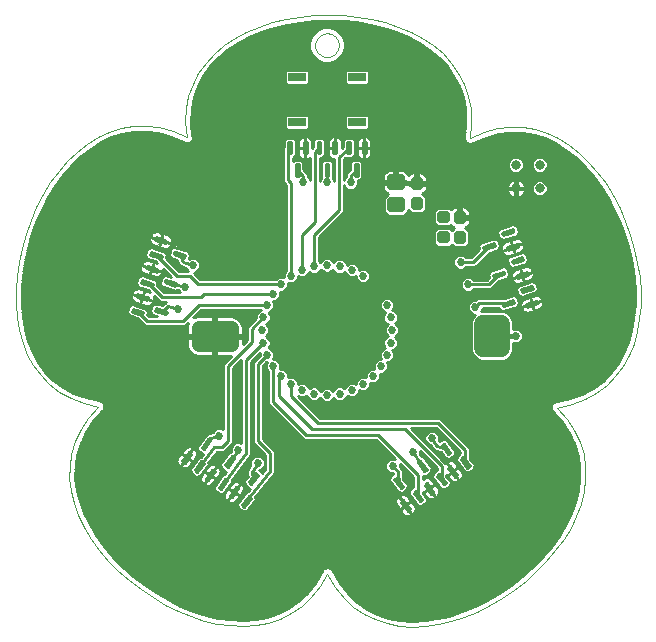
<source format=gbl>
G75*
%MOIN*%
%OFA0B0*%
%FSLAX24Y24*%
%IPPOS*%
%LPD*%
%AMOC8*
5,1,8,0,0,1.08239X$1,22.5*
%
%ADD10C,0.0000*%
%ADD11C,0.0256*%
%ADD12C,0.0591*%
%ADD13C,0.0512*%
%ADD14C,0.0197*%
%ADD15R,0.0600X0.0300*%
%ADD16C,0.0315*%
%ADD17C,0.0090*%
%ADD18C,0.0100*%
%ADD19C,0.0270*%
%ADD20C,0.0160*%
D10*
X003693Y003291D02*
X003390Y003649D01*
X003120Y004022D01*
X002887Y004409D01*
X002694Y004806D01*
X002545Y005211D01*
X002443Y005621D01*
X002392Y006035D01*
X002396Y006448D01*
X002458Y006859D01*
X002582Y007266D01*
X002770Y007665D01*
X003028Y008054D01*
X003358Y008430D01*
X002876Y008540D01*
X002444Y008703D01*
X002061Y008914D01*
X001725Y009170D01*
X001436Y009466D01*
X001193Y009799D01*
X000992Y010163D01*
X000834Y010555D01*
X000718Y010971D01*
X000640Y011406D01*
X000602Y011856D01*
X000600Y012317D01*
X000634Y012786D01*
X000702Y013256D01*
X000804Y013726D01*
X000937Y014189D01*
X001100Y014643D01*
X001293Y015082D01*
X001514Y015504D01*
X001760Y015902D01*
X002032Y016275D01*
X002328Y016616D01*
X002646Y016922D01*
X002985Y017189D01*
X003344Y017413D01*
X003721Y017589D01*
X004116Y017713D01*
X004526Y017781D01*
X004951Y017789D01*
X005388Y017733D01*
X005838Y017608D01*
X006298Y017411D01*
X006253Y017903D01*
X006275Y018365D01*
X006357Y018794D01*
X006497Y019192D01*
X006689Y019558D01*
X006930Y019893D01*
X007215Y020196D01*
X007539Y020467D01*
X007898Y020707D01*
X008288Y020915D01*
X008704Y021091D01*
X009143Y021235D01*
X009598Y021347D01*
X010067Y021428D01*
X010545Y021476D01*
X011027Y021493D01*
X011509Y021477D01*
X011986Y021430D01*
X012455Y021351D01*
X012911Y021239D01*
X013349Y021096D01*
X013765Y020920D01*
X014154Y020712D01*
X014513Y020472D01*
X014837Y020200D01*
X015121Y019895D01*
X015361Y019559D01*
X015552Y019190D01*
X015691Y018788D01*
X015773Y018354D01*
X015793Y017888D01*
X015748Y017390D01*
X016202Y017584D01*
X016647Y017707D01*
X017081Y017761D01*
X017503Y017751D01*
X017911Y017681D01*
X018304Y017556D01*
X018680Y017379D01*
X019038Y017154D01*
X019377Y016887D01*
X019695Y016580D01*
X019991Y016238D01*
X020264Y015866D01*
X020511Y015467D01*
X020733Y015046D01*
X020926Y014607D01*
X021091Y014154D01*
X021225Y013691D01*
X021328Y013222D01*
X021397Y012751D01*
X021432Y012284D01*
X021431Y011823D01*
X021392Y011373D01*
X021315Y010938D01*
X021198Y010523D01*
X021039Y010131D01*
X020837Y009767D01*
X020591Y009434D01*
X020299Y009138D01*
X019960Y008882D01*
X019573Y008670D01*
X019136Y008507D01*
X018647Y008396D01*
X018973Y008024D01*
X019227Y007638D01*
X019413Y007242D01*
X019534Y006838D01*
X019593Y006429D01*
X019595Y006017D01*
X019543Y005604D01*
X019440Y005194D01*
X019291Y004789D01*
X019097Y004392D01*
X018864Y004005D01*
X018594Y003631D01*
X018291Y003272D01*
X017959Y002931D01*
X017601Y002611D01*
X017221Y002314D01*
X016822Y002043D01*
X016408Y001801D01*
X015982Y001590D01*
X015548Y001412D01*
X015109Y001271D01*
X014670Y001169D01*
X014232Y001108D01*
X013801Y001091D01*
X013379Y001121D01*
X012970Y001200D01*
X012578Y001332D01*
X012206Y001518D01*
X011858Y001761D01*
X011537Y002064D01*
X011246Y002429D01*
X010990Y002859D01*
X010737Y002434D01*
X010449Y002074D01*
X010129Y001775D01*
X009782Y001535D01*
X009411Y001352D01*
X009020Y001222D01*
X008612Y001145D01*
X008190Y001116D01*
X007759Y001133D01*
X007321Y001194D01*
X006881Y001296D01*
X006441Y001437D01*
X006007Y001614D01*
X005580Y001825D01*
X005165Y002066D01*
X004765Y002336D01*
X004384Y002632D01*
X004026Y002951D01*
X003693Y003291D01*
X010583Y020475D02*
X010585Y020514D01*
X010591Y020553D01*
X010601Y020591D01*
X010614Y020628D01*
X010631Y020663D01*
X010651Y020697D01*
X010675Y020728D01*
X010702Y020757D01*
X010731Y020783D01*
X010763Y020806D01*
X010797Y020826D01*
X010833Y020842D01*
X010870Y020854D01*
X010909Y020863D01*
X010948Y020868D01*
X010987Y020869D01*
X011026Y020866D01*
X011065Y020859D01*
X011102Y020848D01*
X011139Y020834D01*
X011174Y020816D01*
X011207Y020795D01*
X011238Y020770D01*
X011266Y020743D01*
X011291Y020713D01*
X011313Y020680D01*
X011332Y020646D01*
X011347Y020610D01*
X011359Y020572D01*
X011367Y020534D01*
X011371Y020495D01*
X011371Y020455D01*
X011367Y020416D01*
X011359Y020378D01*
X011347Y020340D01*
X011332Y020304D01*
X011313Y020270D01*
X011291Y020237D01*
X011266Y020207D01*
X011238Y020180D01*
X011207Y020155D01*
X011174Y020134D01*
X011139Y020116D01*
X011102Y020102D01*
X011065Y020091D01*
X011026Y020084D01*
X010987Y020081D01*
X010948Y020082D01*
X010909Y020087D01*
X010870Y020096D01*
X010833Y020108D01*
X010797Y020124D01*
X010763Y020144D01*
X010731Y020167D01*
X010702Y020193D01*
X010675Y020222D01*
X010651Y020253D01*
X010631Y020287D01*
X010614Y020322D01*
X010601Y020359D01*
X010591Y020397D01*
X010585Y020436D01*
X010583Y020475D01*
D11*
X013443Y016036D02*
X013443Y015780D01*
X013109Y015780D01*
X013109Y016036D01*
X013443Y016036D01*
X013443Y016035D02*
X013109Y016035D01*
X013443Y015288D02*
X013443Y015032D01*
X013109Y015032D01*
X013109Y015288D01*
X013443Y015288D01*
X013443Y015287D02*
X013109Y015287D01*
D12*
X016194Y011193D02*
X016784Y011193D01*
X016784Y010367D01*
X016194Y010367D01*
X016194Y011193D01*
X016194Y010957D02*
X016784Y010957D01*
D13*
X007768Y011036D02*
X006706Y011036D01*
X007768Y011036D02*
X007768Y010524D01*
X006706Y010524D01*
X006706Y011036D01*
X006706Y011035D02*
X007768Y011035D01*
D14*
X014064Y015082D02*
X014064Y015318D01*
X014064Y015082D02*
X013866Y015082D01*
X013866Y015318D01*
X014064Y015318D01*
X014064Y015278D02*
X013866Y015278D01*
X014064Y015751D02*
X014064Y015987D01*
X014064Y015751D02*
X013866Y015751D01*
X013866Y015987D01*
X014064Y015987D01*
X014064Y015947D02*
X013866Y015947D01*
X014976Y014836D02*
X014976Y014638D01*
X014740Y014638D01*
X014740Y014836D01*
X014976Y014836D01*
X014976Y014834D02*
X014740Y014834D01*
X015499Y014855D02*
X015499Y014619D01*
X015301Y014619D01*
X015301Y014855D01*
X015499Y014855D01*
X015499Y014815D02*
X015301Y014815D01*
X015499Y014186D02*
X015499Y013950D01*
X015301Y013950D01*
X015301Y014186D01*
X015499Y014186D01*
X015499Y014146D02*
X015301Y014146D01*
X014976Y014167D02*
X014976Y013969D01*
X014740Y013969D01*
X014740Y014167D01*
X014976Y014167D01*
X014976Y014165D02*
X014740Y014165D01*
D15*
X011977Y017904D03*
X011977Y019404D03*
X009977Y019404D03*
X009977Y017904D03*
D16*
X017276Y016489D03*
X018063Y016489D03*
X018063Y015701D03*
X017276Y015701D03*
D17*
X017168Y014341D02*
X016817Y014228D01*
X017168Y014341D02*
X017195Y014256D01*
X016844Y014143D01*
X016817Y014228D01*
X016829Y014232D02*
X017120Y014232D01*
X017106Y014321D02*
X017174Y014321D01*
X017329Y013846D02*
X016978Y013733D01*
X017329Y013846D02*
X017356Y013761D01*
X017005Y013648D01*
X016978Y013733D01*
X016990Y013737D02*
X017281Y013737D01*
X017267Y013826D02*
X017335Y013826D01*
X017488Y013406D02*
X017137Y013293D01*
X017488Y013406D02*
X017515Y013321D01*
X017164Y013208D01*
X017137Y013293D01*
X017149Y013297D02*
X017440Y013297D01*
X017426Y013386D02*
X017494Y013386D01*
X017649Y012911D02*
X017298Y012798D01*
X017649Y012911D02*
X017676Y012826D01*
X017325Y012713D01*
X017298Y012798D01*
X017310Y012802D02*
X017601Y012802D01*
X017587Y012891D02*
X017655Y012891D01*
X017808Y012446D02*
X017457Y012333D01*
X017808Y012446D02*
X017835Y012361D01*
X017484Y012248D01*
X017457Y012333D01*
X017469Y012337D02*
X017760Y012337D01*
X017746Y012426D02*
X017814Y012426D01*
X017969Y011952D02*
X017618Y011839D01*
X017969Y011952D02*
X017996Y011867D01*
X017645Y011754D01*
X017618Y011839D01*
X017630Y011843D02*
X017921Y011843D01*
X017907Y011932D02*
X017975Y011932D01*
X017185Y011970D02*
X016834Y011857D01*
X017185Y011970D02*
X017212Y011885D01*
X016861Y011772D01*
X016834Y011857D01*
X016846Y011861D02*
X017137Y011861D01*
X017123Y011950D02*
X017191Y011950D01*
X016865Y012930D02*
X016514Y012817D01*
X016865Y012930D02*
X016892Y012845D01*
X016541Y012732D01*
X016514Y012817D01*
X016526Y012821D02*
X016817Y012821D01*
X016803Y012910D02*
X016871Y012910D01*
X016545Y013865D02*
X016194Y013752D01*
X016545Y013865D02*
X016572Y013780D01*
X016221Y013667D01*
X016194Y013752D01*
X016206Y013756D02*
X016497Y013756D01*
X016483Y013845D02*
X016551Y013845D01*
X012176Y016870D02*
X012176Y017240D01*
X012266Y017240D01*
X012266Y016870D01*
X012176Y016870D01*
X012176Y016959D02*
X012266Y016959D01*
X012266Y017048D02*
X012176Y017048D01*
X012176Y017137D02*
X012266Y017137D01*
X012266Y017226D02*
X012176Y017226D01*
X011656Y017240D02*
X011656Y016870D01*
X011656Y017240D02*
X011746Y017240D01*
X011746Y016870D01*
X011656Y016870D01*
X011656Y016959D02*
X011746Y016959D01*
X011746Y017048D02*
X011656Y017048D01*
X011656Y017137D02*
X011746Y017137D01*
X011746Y017226D02*
X011656Y017226D01*
X011192Y017240D02*
X011192Y016870D01*
X011192Y017240D02*
X011282Y017240D01*
X011282Y016870D01*
X011192Y016870D01*
X011192Y016959D02*
X011282Y016959D01*
X011282Y017048D02*
X011192Y017048D01*
X011192Y017137D02*
X011282Y017137D01*
X011282Y017226D02*
X011192Y017226D01*
X010672Y017240D02*
X010672Y016870D01*
X010672Y017240D02*
X010762Y017240D01*
X010762Y016870D01*
X010672Y016870D01*
X010672Y016959D02*
X010762Y016959D01*
X010762Y017048D02*
X010672Y017048D01*
X010672Y017137D02*
X010762Y017137D01*
X010762Y017226D02*
X010672Y017226D01*
X010208Y017240D02*
X010208Y016870D01*
X010208Y017240D02*
X010298Y017240D01*
X010298Y016870D01*
X010208Y016870D01*
X010208Y016959D02*
X010298Y016959D01*
X010298Y017048D02*
X010208Y017048D01*
X010208Y017137D02*
X010298Y017137D01*
X010298Y017226D02*
X010208Y017226D01*
X009688Y017240D02*
X009688Y016870D01*
X009688Y017240D02*
X009778Y017240D01*
X009778Y016870D01*
X009688Y016870D01*
X009688Y016959D02*
X009778Y016959D01*
X009778Y017048D02*
X009688Y017048D01*
X009688Y017137D02*
X009778Y017137D01*
X009778Y017226D02*
X009688Y017226D01*
X009948Y016500D02*
X009948Y016130D01*
X009948Y016500D02*
X010038Y016500D01*
X010038Y016130D01*
X009948Y016130D01*
X009948Y016219D02*
X010038Y016219D01*
X010038Y016308D02*
X009948Y016308D01*
X009948Y016397D02*
X010038Y016397D01*
X010038Y016486D02*
X009948Y016486D01*
X010932Y016500D02*
X010932Y016130D01*
X010932Y016500D02*
X011022Y016500D01*
X011022Y016130D01*
X010932Y016130D01*
X010932Y016219D02*
X011022Y016219D01*
X011022Y016308D02*
X010932Y016308D01*
X010932Y016397D02*
X011022Y016397D01*
X011022Y016486D02*
X010932Y016486D01*
X011916Y016500D02*
X011916Y016130D01*
X011916Y016500D02*
X012006Y016500D01*
X012006Y016130D01*
X011916Y016130D01*
X011916Y016219D02*
X012006Y016219D01*
X012006Y016308D02*
X011916Y016308D01*
X011916Y016397D02*
X012006Y016397D01*
X012006Y016486D02*
X011916Y016486D01*
X006225Y013396D02*
X005874Y013509D01*
X005901Y013594D01*
X006252Y013481D01*
X006225Y013396D01*
X006240Y013485D02*
X005949Y013485D01*
X005963Y013574D02*
X005895Y013574D01*
X005601Y013872D02*
X005250Y013985D01*
X005277Y014070D01*
X005628Y013957D01*
X005601Y013872D01*
X005616Y013961D02*
X005325Y013961D01*
X005339Y014050D02*
X005271Y014050D01*
X005090Y013491D02*
X005441Y013378D01*
X005090Y013491D02*
X005117Y013576D01*
X005468Y013463D01*
X005441Y013378D01*
X005456Y013467D02*
X005165Y013467D01*
X005179Y013556D02*
X005111Y013556D01*
X004948Y013042D02*
X005299Y012929D01*
X004948Y013042D02*
X004975Y013127D01*
X005326Y013014D01*
X005299Y012929D01*
X005314Y013018D02*
X005023Y013018D01*
X005037Y013107D02*
X004969Y013107D01*
X004787Y012547D02*
X005138Y012434D01*
X004787Y012547D02*
X004814Y012632D01*
X005165Y012519D01*
X005138Y012434D01*
X005153Y012523D02*
X004862Y012523D01*
X004876Y012612D02*
X004808Y012612D01*
X004635Y012091D02*
X004986Y011978D01*
X004635Y012091D02*
X004662Y012176D01*
X005013Y012063D01*
X004986Y011978D01*
X005001Y012067D02*
X004710Y012067D01*
X004724Y012156D02*
X004656Y012156D01*
X004475Y011596D02*
X004826Y011483D01*
X004475Y011596D02*
X004502Y011681D01*
X004853Y011568D01*
X004826Y011483D01*
X004841Y011572D02*
X004550Y011572D01*
X004564Y011661D02*
X004496Y011661D01*
X005259Y011615D02*
X005610Y011502D01*
X005259Y011615D02*
X005286Y011700D01*
X005637Y011587D01*
X005610Y011502D01*
X005625Y011591D02*
X005334Y011591D01*
X005348Y011680D02*
X005280Y011680D01*
X005571Y012566D02*
X005922Y012453D01*
X005571Y012566D02*
X005598Y012651D01*
X005949Y012538D01*
X005922Y012453D01*
X005937Y012542D02*
X005646Y012542D01*
X005660Y012631D02*
X005592Y012631D01*
X007093Y007301D02*
X006876Y007002D01*
X006803Y007055D01*
X007020Y007354D01*
X007093Y007301D01*
X006941Y007091D02*
X006829Y007091D01*
X006894Y007180D02*
X007005Y007180D01*
X006958Y007269D02*
X007070Y007269D01*
X007880Y006718D02*
X007663Y006419D01*
X007590Y006472D01*
X007807Y006771D01*
X007880Y006718D01*
X007728Y006508D02*
X007616Y006508D01*
X007681Y006597D02*
X007792Y006597D01*
X007745Y006686D02*
X007857Y006686D01*
X008664Y006148D02*
X008447Y005849D01*
X008374Y005902D01*
X008591Y006201D01*
X008664Y006148D01*
X008512Y005938D02*
X008400Y005938D01*
X008465Y006027D02*
X008576Y006027D01*
X008529Y006116D02*
X008641Y006116D01*
X008440Y005396D02*
X008223Y005097D01*
X008150Y005150D01*
X008367Y005449D01*
X008440Y005396D01*
X008288Y005186D02*
X008176Y005186D01*
X008241Y005275D02*
X008352Y005275D01*
X008305Y005364D02*
X008417Y005364D01*
X008019Y005702D02*
X007802Y005403D01*
X007729Y005456D01*
X007946Y005755D01*
X008019Y005702D01*
X007867Y005492D02*
X007755Y005492D01*
X007820Y005581D02*
X007931Y005581D01*
X007884Y005670D02*
X007996Y005670D01*
X007655Y005966D02*
X007438Y005667D01*
X007365Y005720D01*
X007582Y006019D01*
X007655Y005966D01*
X007503Y005756D02*
X007391Y005756D01*
X007456Y005845D02*
X007567Y005845D01*
X007520Y005934D02*
X007632Y005934D01*
X007234Y006272D02*
X007017Y005973D01*
X006944Y006026D01*
X007161Y006325D01*
X007234Y006272D01*
X007082Y006062D02*
X006970Y006062D01*
X007035Y006151D02*
X007146Y006151D01*
X007099Y006240D02*
X007211Y006240D01*
X006868Y006550D02*
X006651Y006251D01*
X006578Y006304D01*
X006795Y006603D01*
X006868Y006550D01*
X006716Y006340D02*
X006604Y006340D01*
X006669Y006429D02*
X006780Y006429D01*
X006733Y006518D02*
X006845Y006518D01*
X006447Y006855D02*
X006230Y006556D01*
X006157Y006609D01*
X006374Y006908D01*
X006447Y006855D01*
X006295Y006645D02*
X006183Y006645D01*
X006248Y006734D02*
X006359Y006734D01*
X006312Y006823D02*
X006424Y006823D01*
X013296Y006063D02*
X013513Y005764D01*
X013440Y005711D01*
X013223Y006010D01*
X013296Y006063D01*
X013375Y005800D02*
X013487Y005800D01*
X013422Y005889D02*
X013311Y005889D01*
X013358Y005978D02*
X013246Y005978D01*
X013941Y005617D02*
X014158Y005318D01*
X014085Y005265D01*
X013868Y005564D01*
X013941Y005617D01*
X014020Y005354D02*
X014132Y005354D01*
X014067Y005443D02*
X013956Y005443D01*
X014003Y005532D02*
X013891Y005532D01*
X013520Y005312D02*
X013737Y005013D01*
X013664Y004960D01*
X013447Y005259D01*
X013520Y005312D01*
X013599Y005049D02*
X013711Y005049D01*
X013646Y005138D02*
X013535Y005138D01*
X013582Y005227D02*
X013470Y005227D01*
X014308Y005878D02*
X014525Y005579D01*
X014452Y005526D01*
X014235Y005825D01*
X014308Y005878D01*
X014387Y005615D02*
X014499Y005615D01*
X014434Y005704D02*
X014323Y005704D01*
X014370Y005793D02*
X014258Y005793D01*
X014728Y006183D02*
X014945Y005884D01*
X014872Y005831D01*
X014655Y006130D01*
X014728Y006183D01*
X014807Y005920D02*
X014919Y005920D01*
X014854Y006009D02*
X014743Y006009D01*
X014790Y006098D02*
X014678Y006098D01*
X014300Y006330D02*
X014083Y006629D01*
X014300Y006330D02*
X014227Y006277D01*
X014010Y006576D01*
X014083Y006629D01*
X014162Y006366D02*
X014274Y006366D01*
X014209Y006455D02*
X014098Y006455D01*
X014145Y006544D02*
X014033Y006544D01*
X014870Y007195D02*
X015087Y006896D01*
X015014Y006843D01*
X014797Y007142D01*
X014870Y007195D01*
X014949Y006932D02*
X015061Y006932D01*
X014996Y007021D02*
X014885Y007021D01*
X014932Y007110D02*
X014820Y007110D01*
X015095Y006444D02*
X015312Y006145D01*
X015239Y006092D01*
X015022Y006391D01*
X015095Y006444D01*
X015174Y006181D02*
X015286Y006181D01*
X015221Y006270D02*
X015110Y006270D01*
X015157Y006359D02*
X015045Y006359D01*
X015516Y006749D02*
X015733Y006450D01*
X015660Y006397D01*
X015443Y006696D01*
X015516Y006749D01*
X015595Y006486D02*
X015707Y006486D01*
X015642Y006575D02*
X015531Y006575D01*
X015578Y006664D02*
X015466Y006664D01*
D18*
X015588Y006573D02*
X015588Y006966D01*
X014677Y007877D01*
X010677Y007877D01*
X009777Y008777D01*
X009777Y009173D01*
X009774Y009176D01*
X010019Y009188D02*
X010019Y009225D01*
X009981Y009315D01*
X009913Y009384D01*
X009822Y009421D01*
X009725Y009421D01*
X009691Y009407D01*
X009691Y009494D01*
X009653Y009584D01*
X009584Y009653D01*
X009494Y009691D01*
X009407Y009691D01*
X009421Y009725D01*
X009421Y009822D01*
X009384Y009913D01*
X009315Y009981D01*
X009225Y010019D01*
X009188Y010019D01*
X009221Y010099D01*
X009221Y010197D01*
X009184Y010287D01*
X009115Y010356D01*
X009034Y010389D01*
X009061Y010416D01*
X009098Y010506D01*
X009098Y010603D01*
X009061Y010693D01*
X008992Y010762D01*
X008957Y010776D01*
X009019Y010838D01*
X009056Y010928D01*
X009056Y011026D01*
X009019Y011116D01*
X008957Y011177D01*
X008992Y011192D01*
X009061Y011260D01*
X009098Y011350D01*
X009098Y011448D01*
X009061Y011538D01*
X009034Y011564D01*
X009115Y011598D01*
X009184Y011667D01*
X009221Y011757D01*
X009221Y011854D01*
X009188Y011935D01*
X009225Y011935D01*
X009315Y011972D01*
X009384Y012041D01*
X009421Y012131D01*
X009421Y012229D01*
X009407Y012263D01*
X009494Y012263D01*
X009584Y012300D01*
X009653Y012369D01*
X009691Y012459D01*
X009691Y012546D01*
X009725Y012532D01*
X009822Y012532D01*
X009913Y012569D01*
X009981Y012638D01*
X010019Y012728D01*
X010019Y012766D01*
X010099Y012732D01*
X010197Y012732D01*
X010287Y012770D01*
X010356Y012839D01*
X010389Y012919D01*
X010416Y012893D01*
X010506Y012856D01*
X010603Y012856D01*
X010693Y012893D01*
X010762Y012962D01*
X010776Y012996D01*
X010838Y012934D01*
X010928Y012897D01*
X011026Y012897D01*
X011116Y012934D01*
X011177Y012996D01*
X011192Y012962D01*
X011260Y012893D01*
X011350Y012856D01*
X011448Y012856D01*
X011538Y012893D01*
X011564Y012919D01*
X011598Y012839D01*
X011667Y012770D01*
X011757Y012732D01*
X011854Y012732D01*
X011935Y012766D01*
X011935Y012728D01*
X011972Y012638D01*
X012041Y012569D01*
X012131Y012532D01*
X012229Y012532D01*
X012319Y012569D01*
X012387Y012638D01*
X012425Y012728D01*
X012425Y012826D01*
X012387Y012916D01*
X012319Y012985D01*
X012229Y013022D01*
X012131Y013022D01*
X012050Y012989D01*
X012050Y013026D01*
X012013Y013116D01*
X011944Y013185D01*
X011854Y013222D01*
X011757Y013222D01*
X011667Y013185D01*
X011640Y013159D01*
X011607Y013239D01*
X011538Y013308D01*
X011448Y013346D01*
X011350Y013346D01*
X011260Y013308D01*
X011199Y013247D01*
X011184Y013281D01*
X011116Y013350D01*
X011026Y013387D01*
X010928Y013387D01*
X010838Y013350D01*
X010769Y013281D01*
X010755Y013247D01*
X010714Y013287D01*
X010714Y014088D01*
X011537Y014910D01*
X011537Y015807D01*
X011556Y015759D01*
X011625Y015690D01*
X011715Y015653D01*
X011813Y015653D01*
X011903Y015690D01*
X011972Y015759D01*
X012009Y015849D01*
X012009Y015947D01*
X011997Y015975D01*
X012070Y015975D01*
X012161Y016066D01*
X012161Y016565D01*
X012070Y016655D01*
X011852Y016655D01*
X011761Y016565D01*
X011761Y016342D01*
X011604Y016185D01*
X011604Y016085D01*
X011556Y016037D01*
X011537Y015989D01*
X011537Y016665D01*
X011590Y016718D01*
X011592Y016715D01*
X011810Y016715D01*
X011901Y016806D01*
X011901Y017305D01*
X011810Y017395D01*
X011592Y017395D01*
X011501Y017305D01*
X011501Y017082D01*
X011477Y017057D01*
X011477Y017266D01*
X011463Y017316D01*
X011438Y017360D01*
X011402Y017396D01*
X011357Y017422D01*
X011307Y017435D01*
X011237Y017435D01*
X011237Y017055D01*
X010997Y017055D01*
X010997Y016845D01*
X011010Y016795D01*
X011036Y016751D01*
X011072Y016714D01*
X011117Y016689D01*
X011166Y016675D01*
X011217Y016675D01*
X011217Y015959D01*
X011184Y016037D01*
X011166Y016055D01*
X011177Y016066D01*
X011177Y016565D01*
X011086Y016655D01*
X010868Y016655D01*
X010777Y016565D01*
X010777Y016066D01*
X010788Y016055D01*
X010769Y016037D01*
X010737Y015959D01*
X010737Y016715D01*
X010826Y016715D01*
X010917Y016806D01*
X010917Y017305D01*
X010826Y017395D01*
X010608Y017395D01*
X010517Y017305D01*
X010517Y017082D01*
X010510Y017075D01*
X010493Y017057D01*
X010493Y017266D01*
X010479Y017316D01*
X010454Y017360D01*
X010417Y017396D01*
X010373Y017422D01*
X010323Y017435D01*
X010253Y017435D01*
X010253Y017055D01*
X010253Y016675D01*
X010323Y016675D01*
X010373Y016689D01*
X010417Y016714D01*
X010417Y015989D01*
X010397Y016037D01*
X010349Y016085D01*
X010349Y016185D01*
X010193Y016342D01*
X010193Y016565D01*
X010102Y016655D01*
X009883Y016655D01*
X009837Y016609D01*
X009837Y016715D01*
X009842Y016715D01*
X009933Y016806D01*
X009933Y017305D01*
X009842Y017395D01*
X009623Y017395D01*
X009533Y017305D01*
X009533Y017082D01*
X009517Y017066D01*
X009517Y015910D01*
X009610Y015817D01*
X009614Y015814D01*
X009614Y012964D01*
X009566Y012916D01*
X009529Y012826D01*
X009529Y012739D01*
X009494Y012753D01*
X009397Y012753D01*
X009307Y012716D01*
X009278Y012687D01*
X006743Y012687D01*
X006533Y012897D01*
X006547Y012897D01*
X006637Y012934D01*
X006706Y013003D01*
X006743Y013093D01*
X006743Y013191D01*
X006706Y013281D01*
X006637Y013350D01*
X006547Y013387D01*
X006450Y013387D01*
X006376Y013357D01*
X006375Y013357D01*
X006420Y013494D01*
X006362Y013609D01*
X005888Y013763D01*
X005773Y013704D01*
X005706Y013497D01*
X005764Y013382D01*
X005968Y013316D01*
X005994Y013256D01*
X005994Y013255D01*
X006021Y013196D01*
X006047Y013137D01*
X006049Y013136D01*
X006050Y013135D01*
X006111Y013113D01*
X006171Y013089D01*
X006173Y013090D01*
X006269Y013055D01*
X006291Y013003D01*
X006357Y012937D01*
X006043Y012937D01*
X005604Y013376D01*
X005636Y013475D01*
X005578Y013590D01*
X005104Y013744D01*
X004989Y013686D01*
X004922Y013478D01*
X004980Y013364D01*
X005252Y013275D01*
X005300Y013227D01*
X005211Y013256D01*
X005137Y013028D01*
X005498Y012911D01*
X005520Y012978D01*
X005521Y013006D01*
X005767Y012760D01*
X005585Y012819D01*
X005470Y012761D01*
X005403Y012553D01*
X005461Y012439D01*
X005935Y012285D01*
X005994Y012315D01*
X006028Y012304D01*
X006045Y012265D01*
X006073Y012237D01*
X005543Y012237D01*
X005312Y012468D01*
X005333Y012532D01*
X005275Y012647D01*
X004801Y012801D01*
X004686Y012742D01*
X004619Y012535D01*
X004677Y012420D01*
X005018Y012309D01*
X005082Y012245D01*
X004898Y012305D01*
X004698Y012370D01*
X004647Y012373D01*
X004597Y012362D01*
X004551Y012339D01*
X004513Y012304D01*
X004485Y012261D01*
X004463Y012194D01*
X004824Y012077D01*
X004824Y012077D01*
X004898Y012305D01*
X004824Y012077D01*
X004824Y012077D01*
X004463Y012194D01*
X004441Y012127D01*
X004438Y012076D01*
X004449Y012025D01*
X004472Y011980D01*
X004507Y011941D01*
X004550Y011913D01*
X004750Y011848D01*
X004824Y012077D01*
X004824Y012077D01*
X005186Y011959D01*
X004824Y012077D01*
X004824Y012077D01*
X004750Y011848D01*
X004951Y011783D01*
X005002Y011781D01*
X005052Y011791D01*
X005098Y011815D01*
X005136Y011849D01*
X005164Y011892D01*
X005186Y011959D01*
X005208Y012026D01*
X005210Y012078D01*
X005200Y012128D01*
X005410Y011917D01*
X005606Y011917D01*
X005584Y011895D01*
X005546Y011875D01*
X005538Y011850D01*
X005487Y011798D01*
X005273Y011868D01*
X005158Y011810D01*
X005091Y011602D01*
X005149Y011487D01*
X005305Y011437D01*
X005043Y011437D01*
X004991Y011489D01*
X005021Y011581D01*
X004962Y011695D01*
X004488Y011849D01*
X004374Y011791D01*
X004307Y011583D01*
X004365Y011469D01*
X004652Y011376D01*
X004910Y011117D01*
X006243Y011117D01*
X006339Y011213D01*
X006315Y011154D01*
X006299Y011076D01*
X006299Y010830D01*
X007187Y010830D01*
X007187Y011442D01*
X006665Y011442D01*
X006587Y011426D01*
X006528Y011402D01*
X006772Y011645D01*
X008790Y011645D01*
X008795Y011640D01*
X008714Y011607D01*
X008645Y011538D01*
X008608Y011448D01*
X008608Y011380D01*
X008317Y011089D01*
X008317Y010643D01*
X008174Y010500D01*
X008174Y010730D01*
X007287Y010730D01*
X007287Y010830D01*
X008174Y010830D01*
X008174Y011076D01*
X008158Y011154D01*
X008128Y011228D01*
X008083Y011295D01*
X008027Y011351D01*
X007960Y011396D01*
X007887Y011426D01*
X007808Y011442D01*
X007287Y011442D01*
X007287Y010830D01*
X007187Y010830D01*
X007187Y010730D01*
X007287Y010730D01*
X007287Y010118D01*
X007792Y010118D01*
X007517Y009843D01*
X007517Y007668D01*
X007433Y007703D01*
X007336Y007703D01*
X007245Y007666D01*
X007177Y007597D01*
X007163Y007565D01*
X007040Y007532D01*
X006979Y007520D01*
X006976Y007516D01*
X006972Y007515D01*
X006965Y007502D01*
X006932Y007497D01*
X006639Y007094D01*
X006659Y006967D01*
X006836Y006839D01*
X006841Y006840D01*
X006776Y006757D01*
X006708Y006746D01*
X006415Y006343D01*
X006435Y006216D01*
X006612Y006087D01*
X006738Y006107D01*
X007031Y006511D01*
X007024Y006554D01*
X007305Y006917D01*
X007543Y006917D01*
X007637Y007010D01*
X007637Y007010D01*
X007743Y007117D01*
X007837Y007210D01*
X007837Y009710D01*
X008117Y009990D01*
X008117Y007217D01*
X008073Y007236D01*
X007975Y007236D01*
X007885Y007198D01*
X007816Y007129D01*
X007779Y007039D01*
X007779Y006942D01*
X007783Y006932D01*
X007776Y006923D01*
X007719Y006914D01*
X007426Y006511D01*
X007446Y006384D01*
X007619Y006259D01*
X007555Y006172D01*
X007495Y006163D01*
X007202Y005759D01*
X007222Y005633D01*
X007398Y005504D01*
X007525Y005524D01*
X007818Y005928D01*
X007810Y005979D01*
X008398Y006772D01*
X008437Y006810D01*
X008437Y006824D01*
X008445Y006835D01*
X008437Y006889D01*
X008437Y009912D01*
X008738Y010213D01*
X008731Y010197D01*
X008731Y010129D01*
X008517Y009915D01*
X008517Y007210D01*
X008610Y007117D01*
X008917Y006810D01*
X008917Y006333D01*
X008813Y006202D01*
X008807Y006236D01*
X008714Y006303D01*
X008803Y006340D01*
X008871Y006409D01*
X008909Y006499D01*
X008909Y006596D01*
X008871Y006686D01*
X008803Y006755D01*
X008713Y006793D01*
X008615Y006793D01*
X008525Y006755D01*
X008456Y006686D01*
X008419Y006596D01*
X008419Y006499D01*
X008427Y006480D01*
X008369Y006394D01*
X008367Y006393D01*
X008333Y006339D01*
X008297Y006286D01*
X008298Y006283D01*
X008296Y006281D01*
X008310Y006219D01*
X008323Y006156D01*
X008325Y006155D01*
X008335Y006112D01*
X008211Y005941D01*
X008231Y005814D01*
X008404Y005689D01*
X008334Y005601D01*
X008279Y005593D01*
X007986Y005189D01*
X008006Y005063D01*
X008183Y004934D01*
X008310Y004954D01*
X008603Y005358D01*
X008594Y005414D01*
X009196Y006170D01*
X009237Y006210D01*
X009237Y006221D01*
X009243Y006229D01*
X009237Y006286D01*
X009237Y006943D01*
X008837Y007343D01*
X008837Y009782D01*
X008958Y009903D01*
X008965Y009903D01*
X008931Y009822D01*
X008931Y009725D01*
X008969Y009635D01*
X009017Y009587D01*
X009017Y008510D01*
X009110Y008417D01*
X010210Y007317D01*
X012610Y007317D01*
X013245Y006682D01*
X013215Y006694D01*
X013118Y006694D01*
X013028Y006657D01*
X012959Y006588D01*
X012922Y006498D01*
X012922Y006400D01*
X012959Y006310D01*
X013028Y006242D01*
X013118Y006204D01*
X013169Y006204D01*
X013184Y006187D01*
X013185Y006175D01*
X013079Y006098D01*
X013059Y005971D01*
X013352Y005568D01*
X013479Y005548D01*
X013656Y005676D01*
X013676Y005803D01*
X013518Y006021D01*
X013499Y006253D01*
X013503Y006308D01*
X013494Y006318D01*
X013493Y006331D01*
X013452Y006366D01*
X013412Y006412D01*
X013412Y006498D01*
X013399Y006528D01*
X013853Y006074D01*
X013853Y005745D01*
X013725Y005652D01*
X013705Y005526D01*
X013998Y005122D01*
X014124Y005102D01*
X014301Y005231D01*
X014321Y005357D01*
X014173Y005562D01*
X014173Y005578D01*
X014185Y005561D01*
X014380Y005702D01*
X014380Y005702D01*
X014574Y005843D01*
X014698Y005672D01*
X014716Y005624D01*
X014721Y005573D01*
X014713Y005523D01*
X014692Y005476D01*
X014660Y005436D01*
X014603Y005394D01*
X014380Y005702D01*
X014574Y005843D01*
X014450Y006013D01*
X014410Y006046D01*
X014363Y006066D01*
X014312Y006075D01*
X014261Y006069D01*
X014213Y006051D01*
X014173Y006021D01*
X014173Y006129D01*
X014266Y006114D01*
X014443Y006242D01*
X014463Y006369D01*
X014170Y006772D01*
X014122Y006780D01*
X014070Y006854D01*
X014076Y006868D01*
X014076Y006951D01*
X014640Y006387D01*
X014640Y006311D01*
X014512Y006218D01*
X014492Y006091D01*
X014785Y005688D01*
X014912Y005668D01*
X015088Y005797D01*
X015109Y005923D01*
X014960Y006127D01*
X014960Y006144D01*
X014973Y006127D01*
X015167Y006268D01*
X015167Y006268D01*
X014944Y006575D01*
X015001Y006617D01*
X015049Y006635D01*
X015100Y006640D01*
X015151Y006632D01*
X015197Y006612D01*
X015237Y006579D01*
X015361Y006409D01*
X015167Y006268D01*
X015167Y006268D01*
X014944Y006575D01*
X014921Y006559D01*
X013763Y007717D01*
X014610Y007717D01*
X015428Y006900D01*
X015428Y006877D01*
X015299Y006784D01*
X015279Y006657D01*
X015572Y006254D01*
X015699Y006234D01*
X015876Y006362D01*
X015896Y006489D01*
X015748Y006693D01*
X015748Y007032D01*
X014837Y007943D01*
X014743Y008037D01*
X010743Y008037D01*
X010013Y008767D01*
X010099Y008731D01*
X010197Y008731D01*
X010287Y008769D01*
X010313Y008795D01*
X010347Y008714D01*
X010416Y008645D01*
X010506Y008608D01*
X010603Y008608D01*
X010693Y008645D01*
X010755Y008707D01*
X010769Y008673D01*
X010838Y008604D01*
X010928Y008566D01*
X011026Y008566D01*
X011116Y008604D01*
X011184Y008673D01*
X011199Y008707D01*
X011260Y008645D01*
X011350Y008608D01*
X011448Y008608D01*
X011538Y008645D01*
X011607Y008714D01*
X011640Y008795D01*
X011667Y008769D01*
X011757Y008731D01*
X011854Y008731D01*
X011944Y008769D01*
X012013Y008837D01*
X012050Y008928D01*
X012050Y008965D01*
X012131Y008931D01*
X012229Y008931D01*
X012319Y008969D01*
X012387Y009038D01*
X012425Y009128D01*
X012425Y009215D01*
X012459Y009201D01*
X012557Y009201D01*
X012647Y009238D01*
X012716Y009307D01*
X012753Y009397D01*
X012753Y009494D01*
X012739Y009529D01*
X012826Y009529D01*
X012916Y009566D01*
X012985Y009635D01*
X013022Y009725D01*
X013022Y009822D01*
X012989Y009903D01*
X013026Y009903D01*
X013116Y009940D01*
X013185Y010009D01*
X013222Y010099D01*
X013222Y010197D01*
X013185Y010287D01*
X013159Y010313D01*
X013239Y010347D01*
X013308Y010416D01*
X013346Y010506D01*
X013346Y010603D01*
X013308Y010693D01*
X013247Y010755D01*
X013281Y010769D01*
X013350Y010838D01*
X013387Y010928D01*
X013387Y011026D01*
X013350Y011116D01*
X013281Y011184D01*
X013247Y011199D01*
X013308Y011260D01*
X013346Y011350D01*
X013346Y011448D01*
X013308Y011538D01*
X013239Y011607D01*
X013159Y011640D01*
X013185Y011667D01*
X013222Y011757D01*
X013222Y011854D01*
X013185Y011944D01*
X013116Y012013D01*
X013026Y012050D01*
X012929Y012050D01*
X012839Y012013D01*
X012770Y011944D01*
X012732Y011854D01*
X012732Y011757D01*
X012770Y011667D01*
X012839Y011598D01*
X012919Y011564D01*
X012893Y011538D01*
X012856Y011448D01*
X012856Y011350D01*
X012893Y011260D01*
X012962Y011192D01*
X012996Y011177D01*
X012934Y011116D01*
X012897Y011026D01*
X012897Y010928D01*
X012934Y010838D01*
X012996Y010776D01*
X012962Y010762D01*
X012893Y010693D01*
X012856Y010603D01*
X012856Y010506D01*
X012893Y010416D01*
X012919Y010389D01*
X012839Y010356D01*
X012770Y010287D01*
X009184Y010287D01*
X009221Y010189D02*
X012732Y010189D01*
X012732Y010197D02*
X012732Y010099D01*
X012766Y010019D01*
X012728Y010019D01*
X012638Y009981D01*
X012569Y009913D01*
X012532Y009822D01*
X012532Y009725D01*
X012546Y009691D01*
X012459Y009691D01*
X012369Y009653D01*
X012300Y009584D01*
X012263Y009494D01*
X012263Y009407D01*
X012229Y009421D01*
X012131Y009421D01*
X012041Y009384D01*
X011972Y009315D01*
X011935Y009225D01*
X011935Y009188D01*
X011854Y009221D01*
X011757Y009221D01*
X011667Y009184D01*
X011598Y009115D01*
X011564Y009034D01*
X011538Y009061D01*
X011448Y009098D01*
X011350Y009098D01*
X011260Y009061D01*
X011192Y008992D01*
X011177Y008957D01*
X011116Y009019D01*
X011026Y009056D01*
X010928Y009056D01*
X010838Y009019D01*
X010776Y008957D01*
X010762Y008992D01*
X010693Y009061D01*
X010603Y009098D01*
X010506Y009098D01*
X010416Y009061D01*
X010389Y009034D01*
X010356Y009115D01*
X010287Y009184D01*
X010197Y009221D01*
X010099Y009221D01*
X010019Y009188D01*
X010019Y009204D02*
X010057Y009204D01*
X009987Y009302D02*
X011967Y009302D01*
X011935Y009204D02*
X011896Y009204D01*
X011714Y009204D02*
X010239Y009204D01*
X010360Y009105D02*
X011594Y009105D01*
X011206Y009007D02*
X011128Y009007D01*
X010826Y009007D02*
X010747Y009007D01*
X010829Y008613D02*
X010615Y008613D01*
X010494Y008613D02*
X010167Y008613D01*
X010069Y008711D02*
X010350Y008711D01*
X010266Y008514D02*
X018479Y008514D01*
X018494Y008528D02*
X018453Y008492D01*
X018451Y008460D01*
X018434Y008433D01*
X018446Y008380D01*
X018442Y008327D01*
X018464Y008303D01*
X018471Y008271D01*
X018516Y008243D01*
X018814Y007902D01*
X019052Y007541D01*
X019225Y007171D01*
X019338Y006795D01*
X019393Y006414D01*
X019395Y006029D01*
X019346Y005641D01*
X019249Y005253D01*
X019106Y004868D01*
X018921Y004487D01*
X018697Y004115D01*
X018436Y003754D01*
X018143Y003406D01*
X017821Y003076D01*
X017473Y002765D01*
X017103Y002476D01*
X016715Y002213D01*
X016313Y001977D01*
X015900Y001772D01*
X015480Y001600D01*
X015056Y001464D01*
X014633Y001365D01*
X014215Y001307D01*
X013804Y001291D01*
X013405Y001320D01*
X013021Y001394D01*
X012655Y001517D01*
X012309Y001690D01*
X011984Y001916D01*
X011684Y002199D01*
X011411Y002543D01*
X011177Y002936D01*
X011164Y002988D01*
X011136Y003005D01*
X011120Y003033D01*
X011068Y003046D01*
X011022Y003073D01*
X010990Y003065D01*
X010959Y003073D01*
X010913Y003046D01*
X010861Y003033D01*
X010844Y003005D01*
X010817Y002989D01*
X010804Y002937D01*
X010572Y002548D01*
X010302Y002210D01*
X005315Y002210D01*
X005271Y002236D02*
X004883Y002498D01*
X004512Y002786D01*
X004164Y003096D01*
X003841Y003425D01*
X003548Y003772D01*
X003287Y004133D01*
X003063Y004504D01*
X002878Y004884D01*
X002736Y005270D01*
X002640Y005658D01*
X002593Y006046D01*
X002596Y006432D01*
X002654Y006815D01*
X002769Y007194D01*
X002945Y007566D01*
X003187Y007932D01*
X003489Y008277D01*
X003535Y008305D01*
X003542Y008337D01*
X003563Y008361D01*
X003559Y008415D01*
X003571Y008467D01*
X003554Y008494D01*
X003552Y008526D01*
X003512Y008562D01*
X003483Y008607D01*
X003452Y008614D01*
X003428Y008635D01*
X003374Y008632D01*
X002933Y008732D01*
X002528Y008885D01*
X002170Y009082D01*
X001858Y009320D01*
X001589Y009596D01*
X001362Y009906D01*
X001173Y010249D01*
X001024Y010620D01*
X000913Y011015D01*
X000839Y011432D01*
X000802Y011865D01*
X000800Y012310D01*
X000833Y012764D01*
X000899Y013221D01*
X000998Y013677D01*
X001127Y014128D01*
X001286Y014569D01*
X001474Y014996D01*
X001687Y015405D01*
X001926Y015791D01*
X002189Y016150D01*
X002473Y016478D01*
X002777Y016771D01*
X003100Y017025D01*
X003439Y017237D01*
X003794Y017402D01*
X004162Y017518D01*
X004544Y017582D01*
X004940Y017589D01*
X005349Y017537D01*
X005772Y017419D01*
X006192Y017239D01*
X006234Y017204D01*
X006266Y017207D01*
X006295Y017194D01*
X006345Y017214D01*
X006399Y017219D01*
X006419Y017244D01*
X006449Y017256D01*
X006470Y017305D01*
X006505Y017346D01*
X006502Y017378D01*
X006515Y017408D01*
X006495Y017458D01*
X006454Y017908D01*
X006474Y018341D01*
X006551Y018742D01*
X006681Y019112D01*
X006860Y019453D01*
X007085Y019766D01*
X007352Y020050D01*
X007659Y020307D01*
X008001Y020535D01*
X008374Y020734D01*
X008775Y020903D01*
X009198Y021043D01*
X009639Y021151D01*
X010094Y021230D01*
X010558Y021277D01*
X011027Y021293D01*
X011496Y021278D01*
X011960Y021232D01*
X012415Y021155D01*
X012856Y021047D01*
X013279Y020908D01*
X013678Y020739D01*
X014051Y020540D01*
X014393Y020312D01*
X014699Y020055D01*
X014965Y019769D01*
X015190Y019454D01*
X015368Y019110D01*
X015497Y018737D01*
X015574Y018331D01*
X015593Y017893D01*
X015551Y017437D01*
X015531Y017387D01*
X015544Y017357D01*
X015541Y017325D01*
X015575Y017284D01*
X015596Y017235D01*
X015626Y017223D01*
X015647Y017198D01*
X015700Y017193D01*
X015750Y017173D01*
X015780Y017186D01*
X015812Y017183D01*
X015853Y017217D01*
X016268Y017395D01*
X016686Y017510D01*
X017091Y017561D01*
X017484Y017551D01*
X017863Y017486D01*
X018230Y017369D01*
X018584Y017203D01*
X018922Y016991D01*
X019245Y016736D01*
X019550Y016442D01*
X019834Y016114D01*
X020098Y015754D01*
X020337Y015368D01*
X020552Y014959D01*
X020741Y014532D01*
X020901Y014092D01*
X021031Y013641D01*
X021131Y013186D01*
X021198Y012729D01*
X021232Y012277D01*
X021231Y011832D01*
X021194Y011399D01*
X021120Y010983D01*
X021008Y010588D01*
X020858Y010217D01*
X020668Y009875D01*
X020438Y009565D01*
X020167Y009289D01*
X019851Y009050D01*
X019489Y008852D01*
X019078Y008699D01*
X018632Y008598D01*
X018578Y008601D01*
X018554Y008580D01*
X018522Y008573D01*
X018494Y008528D01*
X018438Y008416D02*
X010364Y008416D01*
X010463Y008317D02*
X018451Y008317D01*
X018537Y008219D02*
X010561Y008219D01*
X010660Y008120D02*
X018623Y008120D01*
X018709Y008022D02*
X014758Y008022D01*
X014857Y007923D02*
X018795Y007923D01*
X018865Y007825D02*
X014955Y007825D01*
X015054Y007726D02*
X018930Y007726D01*
X018995Y007628D02*
X015152Y007628D01*
X015251Y007529D02*
X019057Y007529D01*
X019104Y007431D02*
X015349Y007431D01*
X015448Y007332D02*
X019150Y007332D01*
X019196Y007234D02*
X015546Y007234D01*
X015645Y007135D02*
X019236Y007135D01*
X019265Y007037D02*
X015743Y007037D01*
X015748Y006938D02*
X019295Y006938D01*
X019324Y006840D02*
X015748Y006840D01*
X015748Y006741D02*
X019346Y006741D01*
X019360Y006643D02*
X015784Y006643D01*
X015856Y006544D02*
X019374Y006544D01*
X019389Y006446D02*
X015889Y006446D01*
X015855Y006347D02*
X019394Y006347D01*
X019394Y006249D02*
X015719Y006249D01*
X015607Y006249D02*
X015477Y006249D01*
X015485Y006238D02*
X015361Y006409D01*
X015167Y006268D01*
X015167Y006268D01*
X015390Y005960D01*
X015167Y006268D01*
X015167Y006268D01*
X014973Y006127D01*
X015097Y005956D01*
X015137Y005924D01*
X015183Y005903D01*
X015234Y005895D01*
X015285Y005900D01*
X015333Y005919D01*
X015390Y005960D01*
X015448Y006002D01*
X015480Y006042D01*
X015501Y006089D01*
X015509Y006139D01*
X015503Y006190D01*
X015485Y006238D01*
X015508Y006150D02*
X019395Y006150D01*
X019395Y006052D02*
X015484Y006052D01*
X015381Y005953D02*
X019386Y005953D01*
X019373Y005855D02*
X015098Y005855D01*
X015087Y005953D02*
X015100Y005953D01*
X015027Y006052D02*
X015015Y006052D01*
X015005Y006150D02*
X015005Y006150D01*
X015141Y006249D02*
X015141Y006249D01*
X015181Y006249D02*
X015181Y006249D01*
X015109Y006347D02*
X015109Y006347D01*
X015038Y006446D02*
X015038Y006446D01*
X014966Y006544D02*
X014966Y006544D01*
X014927Y006700D02*
X015054Y006680D01*
X015231Y006808D01*
X015251Y006935D01*
X014958Y007338D01*
X014831Y007358D01*
X014724Y007281D01*
X014706Y007311D01*
X014716Y007336D01*
X014716Y007433D01*
X014679Y007523D01*
X014610Y007592D01*
X014520Y007629D01*
X014422Y007629D01*
X014332Y007592D01*
X014263Y007523D01*
X014226Y007433D01*
X014226Y007336D01*
X014263Y007245D01*
X014332Y007177D01*
X014422Y007139D01*
X014434Y007139D01*
X014459Y007101D01*
X014493Y007046D01*
X014496Y007046D01*
X014505Y007032D01*
X014532Y006981D01*
X014541Y006978D01*
X014547Y006970D01*
X014603Y006958D01*
X014780Y006903D01*
X014927Y006700D01*
X014897Y006741D02*
X014739Y006741D01*
X014826Y006840D02*
X014640Y006840D01*
X014667Y006938D02*
X014542Y006938D01*
X014502Y007037D02*
X014443Y007037D01*
X014436Y007135D02*
X014345Y007135D01*
X014275Y007234D02*
X014246Y007234D01*
X014227Y007332D02*
X014148Y007332D01*
X014226Y007431D02*
X014049Y007431D01*
X013951Y007529D02*
X014269Y007529D01*
X014419Y007628D02*
X013852Y007628D01*
X013577Y007677D02*
X010477Y007677D01*
X009377Y008777D01*
X009377Y009377D01*
X009446Y009446D01*
X009640Y009598D02*
X012314Y009598D01*
X012265Y009499D02*
X009689Y009499D01*
X009872Y009401D02*
X012081Y009401D01*
X012425Y009204D02*
X012452Y009204D01*
X012416Y009105D02*
X019924Y009105D01*
X020054Y009204D02*
X012564Y009204D01*
X012711Y009302D02*
X020180Y009302D01*
X020277Y009401D02*
X012753Y009401D01*
X012751Y009499D02*
X020374Y009499D01*
X020463Y009598D02*
X012948Y009598D01*
X013010Y009696D02*
X020536Y009696D01*
X020609Y009795D02*
X013022Y009795D01*
X012993Y009893D02*
X020678Y009893D01*
X020733Y009992D02*
X016938Y009992D01*
X016864Y009961D02*
X017013Y010023D01*
X017127Y010137D01*
X017189Y010286D01*
X017189Y010551D01*
X017227Y010535D01*
X017325Y010535D01*
X017415Y010572D01*
X017484Y010641D01*
X017521Y010731D01*
X017521Y010829D01*
X017484Y010919D01*
X017415Y010988D01*
X017325Y011025D01*
X017227Y011025D01*
X017189Y011009D01*
X017189Y011274D01*
X017127Y011423D01*
X017013Y011537D01*
X016864Y011599D01*
X016128Y011599D01*
X016130Y011601D01*
X016168Y011691D01*
X016168Y011711D01*
X016717Y011711D01*
X016733Y011662D01*
X016847Y011604D01*
X017321Y011758D01*
X017380Y011872D01*
X017312Y012080D01*
X017198Y012139D01*
X016868Y012031D01*
X015988Y012031D01*
X015941Y011985D01*
X015874Y011985D01*
X015784Y011947D01*
X015715Y011878D01*
X015678Y011788D01*
X015678Y011691D01*
X015715Y011601D01*
X015784Y011532D01*
X015874Y011495D01*
X015921Y011495D01*
X015850Y011423D01*
X015788Y011274D01*
X015788Y010286D01*
X015850Y010137D01*
X015964Y010023D01*
X016113Y009961D01*
X016864Y009961D01*
X017081Y010090D02*
X020787Y010090D01*
X020842Y010189D02*
X017149Y010189D01*
X017189Y010287D02*
X020886Y010287D01*
X020926Y010386D02*
X017189Y010386D01*
X017189Y010484D02*
X020966Y010484D01*
X021006Y010583D02*
X017425Y010583D01*
X017500Y010681D02*
X021034Y010681D01*
X021062Y010780D02*
X017521Y010780D01*
X017500Y010878D02*
X021090Y010878D01*
X021118Y010977D02*
X017426Y010977D01*
X017189Y011075D02*
X021136Y011075D01*
X021154Y011174D02*
X017189Y011174D01*
X017189Y011272D02*
X021171Y011272D01*
X021189Y011371D02*
X017149Y011371D01*
X017081Y011469D02*
X021200Y011469D01*
X021208Y011568D02*
X017706Y011568D01*
X017680Y011559D02*
X017881Y011624D01*
X018081Y011690D01*
X018124Y011718D01*
X018159Y011756D01*
X018182Y011801D01*
X018193Y011852D01*
X018190Y011903D01*
X018168Y011970D01*
X017807Y011853D01*
X018168Y011970D01*
X018146Y012037D01*
X018118Y012080D01*
X018080Y012115D01*
X018034Y012138D01*
X017984Y012149D01*
X017933Y012146D01*
X017732Y012081D01*
X017532Y012016D01*
X017489Y011988D01*
X017455Y011950D01*
X017431Y011904D01*
X017421Y011854D01*
X017423Y011802D01*
X017445Y011735D01*
X017467Y011668D01*
X017495Y011625D01*
X017533Y011591D01*
X017579Y011567D01*
X017629Y011557D01*
X017680Y011559D01*
X017578Y011568D02*
X016939Y011568D01*
X017039Y011666D02*
X017468Y011666D01*
X017445Y011735D02*
X017807Y011853D01*
X017807Y011853D01*
X017807Y011853D01*
X017732Y012081D01*
X017807Y011853D01*
X017881Y011624D01*
X017807Y011853D01*
X017807Y011853D01*
X017807Y011853D01*
X017445Y011735D01*
X017436Y011765D02*
X017325Y011765D01*
X017375Y011863D02*
X017423Y011863D01*
X017466Y011962D02*
X017351Y011962D01*
X017319Y012060D02*
X017669Y012060D01*
X017739Y012060D02*
X017739Y012060D01*
X017713Y012159D02*
X021232Y012159D01*
X021232Y012257D02*
X017957Y012257D01*
X017945Y012234D02*
X018003Y012348D01*
X017936Y012556D01*
X017821Y012614D01*
X017347Y012460D01*
X017289Y012346D01*
X017356Y012138D01*
X017471Y012080D01*
X017945Y012234D01*
X018001Y012356D02*
X021226Y012356D01*
X021219Y012454D02*
X017969Y012454D01*
X017937Y012553D02*
X021211Y012553D01*
X021204Y012651D02*
X017765Y012651D01*
X017761Y012649D02*
X017804Y012677D01*
X017839Y012715D01*
X017862Y012761D01*
X017873Y012811D01*
X017870Y012863D01*
X017848Y012930D01*
X017826Y012997D01*
X017798Y013040D01*
X017760Y013074D01*
X017714Y013098D01*
X017664Y013108D01*
X017613Y013106D01*
X017413Y013041D01*
X017487Y012812D01*
X017561Y012584D01*
X017761Y012649D01*
X017856Y012750D02*
X021195Y012750D01*
X021181Y012848D02*
X017871Y012848D01*
X017848Y012930D02*
X017487Y012812D01*
X017487Y012812D01*
X017487Y012812D01*
X017561Y012584D01*
X017361Y012519D01*
X017309Y012516D01*
X017259Y012527D01*
X017213Y012550D01*
X017175Y012585D01*
X017147Y012628D01*
X017125Y012695D01*
X017487Y012812D01*
X017125Y012695D01*
X017104Y012762D01*
X017101Y012813D01*
X017112Y012864D01*
X017135Y012909D01*
X017169Y012948D01*
X017212Y012975D01*
X017413Y013041D01*
X017487Y012812D01*
X017487Y012812D01*
X017848Y012930D01*
X017843Y012947D02*
X021166Y012947D01*
X021152Y013045D02*
X017793Y013045D01*
X017625Y013194D02*
X017683Y013308D01*
X017616Y013516D01*
X017501Y013574D01*
X017027Y013420D01*
X016969Y013306D01*
X017036Y013098D01*
X017151Y013040D01*
X017625Y013194D01*
X017650Y013242D02*
X021119Y013242D01*
X021137Y013144D02*
X017471Y013144D01*
X017427Y013045D02*
X017168Y013045D01*
X017140Y013045D02*
X016982Y013045D01*
X016992Y013040D02*
X016878Y013098D01*
X016404Y012944D01*
X016346Y012830D01*
X016377Y012732D01*
X016308Y012662D01*
X015863Y012662D01*
X015815Y012710D01*
X015725Y012747D01*
X015628Y012747D01*
X015538Y012710D01*
X015469Y012641D01*
X015432Y012551D01*
X015432Y012454D01*
X009689Y012454D01*
X009640Y012356D02*
X015477Y012356D01*
X015469Y012364D02*
X015538Y012295D01*
X015628Y012257D01*
X015725Y012257D01*
X015815Y012295D01*
X015863Y012342D01*
X016440Y012342D01*
X016534Y012436D01*
X016534Y012436D01*
X016726Y012628D01*
X017001Y012718D01*
X017060Y012832D01*
X016992Y013040D01*
X017022Y012947D02*
X017169Y012947D01*
X017108Y012848D02*
X017055Y012848D01*
X017018Y012750D02*
X017108Y012750D01*
X017140Y012651D02*
X016797Y012651D01*
X016651Y012553D02*
X017211Y012553D01*
X017344Y012454D02*
X016552Y012454D01*
X016454Y012356D02*
X017294Y012356D01*
X017318Y012257D02*
X009409Y012257D01*
X009421Y012159D02*
X017350Y012159D01*
X017771Y011962D02*
X017771Y011962D01*
X017803Y011863D02*
X017803Y011863D01*
X017839Y011863D02*
X017839Y011863D01*
X017835Y011765D02*
X017835Y011765D01*
X017867Y011666D02*
X017867Y011666D01*
X018010Y011666D02*
X021217Y011666D01*
X021225Y011765D02*
X018163Y011765D01*
X018192Y011863D02*
X021231Y011863D01*
X021231Y011962D02*
X018171Y011962D01*
X018142Y011962D02*
X018142Y011962D01*
X018131Y012060D02*
X021231Y012060D01*
X021097Y013341D02*
X017673Y013341D01*
X017641Y013439D02*
X021076Y013439D01*
X021054Y013538D02*
X017573Y013538D01*
X017484Y013612D02*
X017519Y013650D01*
X017542Y013696D01*
X017553Y013746D01*
X017550Y013798D01*
X017528Y013865D01*
X017506Y013932D01*
X017478Y013975D01*
X017440Y014009D01*
X017395Y014033D01*
X017344Y014043D01*
X017293Y014041D01*
X017093Y013976D01*
X017167Y013747D01*
X017241Y013519D01*
X017041Y013454D01*
X016989Y013451D01*
X016939Y013462D01*
X016893Y013485D01*
X016855Y013520D01*
X016827Y013563D01*
X016805Y013630D01*
X017167Y013747D01*
X017167Y013747D01*
X017241Y013519D01*
X017441Y013584D01*
X017484Y013612D01*
X017506Y013636D02*
X021033Y013636D01*
X021004Y013735D02*
X017550Y013735D01*
X017539Y013833D02*
X020976Y013833D01*
X020947Y013932D02*
X017507Y013932D01*
X017528Y013865D02*
X017167Y013747D01*
X016805Y013630D01*
X016784Y013697D01*
X016781Y013748D01*
X016792Y013799D01*
X016815Y013844D01*
X016849Y013883D01*
X016892Y013911D01*
X017093Y013976D01*
X017167Y013747D01*
X017167Y013747D01*
X017167Y013747D01*
X017528Y013865D01*
X017431Y013833D02*
X017431Y013833D01*
X017399Y014030D02*
X020919Y014030D01*
X020887Y014129D02*
X017305Y014129D01*
X017363Y014243D01*
X017296Y014451D01*
X017181Y014509D01*
X016707Y014355D01*
X016649Y014241D01*
X016717Y014033D01*
X016831Y013975D01*
X017305Y014129D01*
X017261Y014030D02*
X017002Y014030D01*
X016958Y013932D02*
X016686Y013932D01*
X016672Y013975D02*
X016740Y013767D01*
X016682Y013653D01*
X016406Y013563D01*
X015924Y013081D01*
X015617Y013081D01*
X015569Y013033D01*
X015479Y012996D01*
X015382Y012996D01*
X015292Y013033D01*
X015223Y013102D01*
X015186Y013192D01*
X015186Y013289D01*
X015223Y013379D01*
X015292Y013448D01*
X015382Y013486D01*
X015479Y013486D01*
X015569Y013448D01*
X015617Y013401D01*
X015791Y013401D01*
X016057Y013667D01*
X016026Y013765D01*
X016084Y013879D01*
X016558Y014033D01*
X016672Y013975D01*
X016722Y014030D02*
X016564Y014030D01*
X016549Y014030D02*
X015706Y014030D01*
X015706Y013932D02*
X016246Y013932D01*
X016061Y013833D02*
X015676Y013833D01*
X015706Y013864D02*
X015706Y014273D01*
X015590Y014389D01*
X015616Y014399D01*
X015656Y014426D01*
X015691Y014461D01*
X015718Y014502D01*
X015737Y014547D01*
X015746Y014595D01*
X015746Y014689D01*
X015448Y014689D01*
X015448Y014786D01*
X015351Y014786D01*
X015351Y015104D01*
X015277Y015104D01*
X015229Y015094D01*
X015184Y015076D01*
X015143Y015048D01*
X015108Y015014D01*
X015102Y015005D01*
X015063Y015044D01*
X014654Y015044D01*
X014532Y014922D01*
X014532Y014553D01*
X014654Y014431D01*
X015063Y014431D01*
X015102Y014470D01*
X015108Y014461D01*
X015143Y014426D01*
X015184Y014399D01*
X015209Y014389D01*
X015129Y014309D01*
X015063Y014375D01*
X014654Y014375D01*
X014532Y014253D01*
X014532Y013883D01*
X014654Y013761D01*
X015063Y013761D01*
X015129Y013827D01*
X015215Y013742D01*
X015584Y013742D01*
X015706Y013864D01*
X015706Y014129D02*
X016685Y014129D01*
X016653Y014227D02*
X015706Y014227D01*
X015653Y014326D02*
X016692Y014326D01*
X016920Y014424D02*
X015653Y014424D01*
X015727Y014523D02*
X020744Y014523D01*
X020780Y014424D02*
X017304Y014424D01*
X017336Y014326D02*
X020816Y014326D01*
X020852Y014227D02*
X017355Y014227D01*
X017139Y013833D02*
X017139Y013833D01*
X017167Y013747D02*
X017167Y013747D01*
X017171Y013735D02*
X017171Y013735D01*
X017128Y013735D02*
X017128Y013735D01*
X017203Y013636D02*
X017203Y013636D01*
X017235Y013538D02*
X017235Y013538D01*
X017298Y013538D02*
X017389Y013538D01*
X017086Y013439D02*
X016282Y013439D01*
X016184Y013341D02*
X016987Y013341D01*
X016990Y013242D02*
X016085Y013242D01*
X015987Y013144D02*
X017022Y013144D01*
X016715Y013045D02*
X015582Y013045D01*
X015431Y013241D02*
X015857Y013241D01*
X016383Y013766D01*
X016381Y013538D02*
X016844Y013538D01*
X016825Y013636D02*
X016825Y013636D01*
X016803Y013636D02*
X016631Y013636D01*
X016723Y013735D02*
X016782Y013735D01*
X016809Y013833D02*
X016718Y013833D01*
X017107Y013932D02*
X017107Y013932D01*
X016035Y013735D02*
X010714Y013735D01*
X010714Y013833D02*
X014582Y013833D01*
X014532Y013932D02*
X010714Y013932D01*
X010714Y014030D02*
X014532Y014030D01*
X014532Y014129D02*
X010755Y014129D01*
X010854Y014227D02*
X014532Y014227D01*
X014605Y014326D02*
X010952Y014326D01*
X011051Y014424D02*
X015146Y014424D01*
X015146Y014326D02*
X015112Y014326D01*
X015448Y014720D02*
X020658Y014720D01*
X020615Y014818D02*
X015746Y014818D01*
X015746Y014786D02*
X015746Y014880D01*
X015737Y014928D01*
X015718Y014973D01*
X015691Y015014D01*
X015656Y015048D01*
X015616Y015076D01*
X015570Y015094D01*
X015522Y015104D01*
X015448Y015104D01*
X015448Y014786D01*
X015746Y014786D01*
X015739Y014917D02*
X020571Y014917D01*
X020523Y015015D02*
X015690Y015015D01*
X015448Y015015D02*
X015351Y015015D01*
X015351Y014917D02*
X015448Y014917D01*
X015448Y014818D02*
X015351Y014818D01*
X015110Y015015D02*
X015092Y015015D01*
X014625Y015015D02*
X014272Y015015D01*
X014272Y014995D02*
X014272Y015404D01*
X014156Y015520D01*
X014181Y015531D01*
X014222Y015558D01*
X014256Y015592D01*
X014284Y015633D01*
X014302Y015678D01*
X014312Y015726D01*
X014312Y015820D01*
X014013Y015820D01*
X014013Y015917D01*
X013917Y015917D01*
X013917Y016235D01*
X013842Y016235D01*
X013794Y016226D01*
X013749Y016207D01*
X013708Y016180D01*
X013692Y016163D01*
X013690Y016168D01*
X013659Y016213D01*
X013620Y016252D01*
X013575Y016283D01*
X013524Y016303D01*
X013471Y016314D01*
X013326Y016314D01*
X013326Y015958D01*
X013618Y015958D01*
X013618Y015917D01*
X013917Y015917D01*
X013917Y015820D01*
X013721Y015820D01*
X013721Y015858D01*
X013326Y015858D01*
X013326Y015958D01*
X013226Y015958D01*
X013226Y015858D01*
X012831Y015858D01*
X012831Y015753D01*
X012841Y015699D01*
X012862Y015649D01*
X012893Y015603D01*
X012931Y015564D01*
X012977Y015534D01*
X013006Y015522D01*
X012871Y015387D01*
X012871Y014934D01*
X013010Y014794D01*
X013542Y014794D01*
X013681Y014934D01*
X013681Y014972D01*
X013780Y014873D01*
X014150Y014873D01*
X014272Y014995D01*
X014193Y014917D02*
X014532Y014917D01*
X014532Y014818D02*
X013566Y014818D01*
X013664Y014917D02*
X013736Y014917D01*
X014272Y015114D02*
X020471Y015114D01*
X020419Y015212D02*
X014272Y015212D01*
X014272Y015311D02*
X020368Y015311D01*
X020312Y015409D02*
X017375Y015409D01*
X017366Y015406D02*
X017422Y015429D01*
X017472Y015462D01*
X017515Y015505D01*
X017548Y015556D01*
X017572Y015611D01*
X017583Y015671D01*
X017583Y015672D01*
X017305Y015672D01*
X017305Y015394D01*
X017306Y015394D01*
X017366Y015406D01*
X017305Y015409D02*
X017247Y015409D01*
X017246Y015394D02*
X017247Y015394D01*
X017247Y015672D01*
X017305Y015672D01*
X017305Y015730D01*
X017583Y015730D01*
X017583Y015731D01*
X017572Y015791D01*
X017548Y015847D01*
X017515Y015897D01*
X017472Y015940D01*
X017422Y015974D01*
X017366Y015997D01*
X017306Y016009D01*
X017305Y016009D01*
X017305Y015730D01*
X017247Y015730D01*
X017247Y015672D01*
X016969Y015672D01*
X016969Y015671D01*
X016980Y015611D01*
X017003Y015556D01*
X017037Y015505D01*
X017080Y015462D01*
X017130Y015429D01*
X017186Y015406D01*
X017246Y015394D01*
X017177Y015409D02*
X014267Y015409D01*
X014168Y015508D02*
X017035Y015508D01*
X016982Y015606D02*
X014266Y015606D01*
X014308Y015705D02*
X017247Y015705D01*
X017247Y015730D02*
X016969Y015730D01*
X016969Y015731D01*
X016980Y015791D01*
X017003Y015847D01*
X017037Y015897D01*
X017080Y015940D01*
X017130Y015974D01*
X017186Y015997D01*
X017246Y016009D01*
X017247Y016009D01*
X017247Y015730D01*
X017305Y015705D02*
X017796Y015705D01*
X017796Y015754D02*
X017837Y015853D01*
X017912Y015928D01*
X018010Y015969D01*
X018117Y015969D01*
X018215Y015928D01*
X018290Y015853D01*
X018331Y015754D01*
X018331Y015648D01*
X018290Y015550D01*
X018215Y015474D01*
X018117Y015434D01*
X018010Y015434D01*
X017912Y015474D01*
X017837Y015550D01*
X017796Y015648D01*
X017796Y015754D01*
X017816Y015803D02*
X017567Y015803D01*
X017510Y015902D02*
X017886Y015902D01*
X017813Y015606D02*
X017569Y015606D01*
X017517Y015508D02*
X017879Y015508D01*
X018248Y015508D02*
X020251Y015508D01*
X020189Y015606D02*
X018314Y015606D01*
X018331Y015705D02*
X020128Y015705D01*
X020062Y015803D02*
X018311Y015803D01*
X018241Y015902D02*
X019990Y015902D01*
X019917Y016000D02*
X017348Y016000D01*
X017305Y016000D02*
X017247Y016000D01*
X017204Y016000D02*
X014312Y016000D01*
X014312Y016011D02*
X014302Y016059D01*
X014284Y016105D01*
X014256Y016145D01*
X014222Y016180D01*
X014181Y016207D01*
X014136Y016226D01*
X014088Y016235D01*
X014013Y016235D01*
X014013Y015917D01*
X014312Y015917D01*
X014312Y016011D01*
X014286Y016099D02*
X019845Y016099D01*
X019762Y016197D02*
X014196Y016197D01*
X014013Y016197D02*
X013917Y016197D01*
X013917Y016099D02*
X014013Y016099D01*
X014013Y016000D02*
X013917Y016000D01*
X013917Y015902D02*
X013326Y015902D01*
X013326Y016000D02*
X013226Y016000D01*
X013226Y015958D02*
X013226Y016314D01*
X013081Y016314D01*
X013028Y016303D01*
X012977Y016283D01*
X012931Y016252D01*
X012893Y016213D01*
X012862Y016168D01*
X012841Y016117D01*
X012831Y016064D01*
X012831Y015958D01*
X013226Y015958D01*
X013226Y015902D02*
X012009Y015902D01*
X011990Y015803D02*
X012831Y015803D01*
X012840Y015705D02*
X011917Y015705D01*
X011764Y015898D02*
X011764Y016119D01*
X011961Y016315D01*
X012161Y016296D02*
X013009Y016296D01*
X012882Y016197D02*
X012161Y016197D01*
X012161Y016099D02*
X012838Y016099D01*
X012831Y016000D02*
X012095Y016000D01*
X012161Y016394D02*
X017026Y016394D01*
X017009Y016435D02*
X017049Y016337D01*
X017124Y016262D01*
X017223Y016221D01*
X017329Y016221D01*
X017427Y016262D01*
X017503Y016337D01*
X017543Y016435D01*
X017543Y016542D01*
X017503Y016640D01*
X017427Y016715D01*
X017329Y016756D01*
X017223Y016756D01*
X017124Y016715D01*
X017049Y016640D01*
X017009Y016542D01*
X017009Y016435D01*
X017009Y016493D02*
X012161Y016493D01*
X012134Y016591D02*
X017029Y016591D01*
X017099Y016690D02*
X012343Y016690D01*
X012341Y016689D02*
X012386Y016714D01*
X012422Y016751D01*
X012448Y016795D01*
X012461Y016845D01*
X012461Y017055D01*
X012221Y017055D01*
X012221Y016675D01*
X012221Y017055D01*
X012221Y017055D01*
X011981Y017055D01*
X011981Y016845D01*
X011994Y016795D01*
X012020Y016751D01*
X012056Y016714D01*
X012101Y016689D01*
X012150Y016675D01*
X012221Y016675D01*
X012292Y016675D01*
X012341Y016689D01*
X012221Y016690D02*
X012221Y016690D01*
X012221Y016788D02*
X012221Y016788D01*
X012221Y016887D02*
X012221Y016887D01*
X012221Y016985D02*
X012221Y016985D01*
X012221Y017055D02*
X012221Y017055D01*
X012221Y017055D01*
X011981Y017055D01*
X011981Y017266D01*
X011994Y017316D01*
X012020Y017360D01*
X012056Y017396D01*
X012101Y017422D01*
X012150Y017435D01*
X012221Y017435D01*
X012221Y017055D01*
X012461Y017055D01*
X012461Y017266D01*
X012448Y017316D01*
X012422Y017360D01*
X012386Y017396D01*
X012341Y017422D01*
X012292Y017435D01*
X012221Y017435D01*
X012221Y017055D01*
X012221Y017055D01*
X012221Y017084D02*
X012221Y017084D01*
X012221Y017182D02*
X012221Y017182D01*
X012221Y017281D02*
X012221Y017281D01*
X012221Y017379D02*
X012221Y017379D01*
X012039Y017379D02*
X011826Y017379D01*
X011901Y017281D02*
X011985Y017281D01*
X011981Y017182D02*
X011901Y017182D01*
X011901Y017084D02*
X011981Y017084D01*
X011981Y016985D02*
X011901Y016985D01*
X011901Y016887D02*
X011981Y016887D01*
X011998Y016788D02*
X011883Y016788D01*
X011788Y016591D02*
X011537Y016591D01*
X011537Y016493D02*
X011761Y016493D01*
X011761Y016394D02*
X011537Y016394D01*
X011537Y016296D02*
X011715Y016296D01*
X011617Y016197D02*
X011537Y016197D01*
X011537Y016099D02*
X011604Y016099D01*
X011541Y016000D02*
X011537Y016000D01*
X011537Y015803D02*
X011538Y015803D01*
X011537Y015705D02*
X011611Y015705D01*
X011537Y015606D02*
X012891Y015606D01*
X012992Y015508D02*
X011537Y015508D01*
X011537Y015409D02*
X012893Y015409D01*
X012871Y015311D02*
X011537Y015311D01*
X011537Y015212D02*
X012871Y015212D01*
X012871Y015114D02*
X011537Y015114D01*
X011537Y015015D02*
X012871Y015015D01*
X012888Y014917D02*
X011537Y014917D01*
X011445Y014818D02*
X012986Y014818D01*
X014013Y015902D02*
X017042Y015902D01*
X016985Y015803D02*
X014312Y015803D01*
X013734Y016197D02*
X013670Y016197D01*
X013543Y016296D02*
X017091Y016296D01*
X017461Y016296D02*
X017878Y016296D01*
X017912Y016262D02*
X018010Y016221D01*
X018117Y016221D01*
X018215Y016262D01*
X018290Y016337D01*
X018331Y016435D01*
X018331Y016542D01*
X018290Y016640D01*
X018215Y016715D01*
X018117Y016756D01*
X018010Y016756D01*
X017912Y016715D01*
X017837Y016640D01*
X017796Y016542D01*
X017796Y016435D01*
X017837Y016337D01*
X017912Y016262D01*
X017813Y016394D02*
X017526Y016394D01*
X017543Y016493D02*
X017796Y016493D01*
X017816Y016591D02*
X017523Y016591D01*
X017453Y016690D02*
X017886Y016690D01*
X018240Y016690D02*
X019293Y016690D01*
X019395Y016591D02*
X018310Y016591D01*
X018331Y016493D02*
X019497Y016493D01*
X019591Y016394D02*
X018314Y016394D01*
X018249Y016296D02*
X019677Y016296D01*
X019179Y016788D02*
X012444Y016788D01*
X012461Y016887D02*
X019054Y016887D01*
X018929Y016985D02*
X012461Y016985D01*
X012461Y017084D02*
X018774Y017084D01*
X018616Y017182D02*
X015771Y017182D01*
X015727Y017182D02*
X012461Y017182D01*
X012457Y017281D02*
X015577Y017281D01*
X015534Y017379D02*
X012403Y017379D01*
X012322Y017644D02*
X012387Y017708D01*
X012387Y018100D01*
X012322Y018164D01*
X011631Y018164D01*
X011567Y018100D01*
X011567Y017708D01*
X011631Y017644D01*
X012322Y017644D01*
X012353Y017675D02*
X015573Y017675D01*
X015582Y017773D02*
X012387Y017773D01*
X012387Y017872D02*
X015591Y017872D01*
X015589Y017970D02*
X012387Y017970D01*
X012387Y018069D02*
X015585Y018069D01*
X015581Y018167D02*
X006466Y018167D01*
X006461Y018069D02*
X009567Y018069D01*
X009567Y018100D02*
X009567Y017708D01*
X009631Y017644D01*
X010322Y017644D01*
X010387Y017708D01*
X010387Y018100D01*
X010322Y018164D01*
X009631Y018164D01*
X009567Y018100D01*
X009567Y017970D02*
X006457Y017970D01*
X006457Y017872D02*
X009567Y017872D01*
X009567Y017773D02*
X006466Y017773D01*
X006475Y017675D02*
X009600Y017675D01*
X009607Y017379D02*
X006502Y017379D01*
X006493Y017478D02*
X015555Y017478D01*
X015564Y017576D02*
X006484Y017576D01*
X006460Y017281D02*
X009533Y017281D01*
X009533Y017182D02*
X003352Y017182D01*
X003194Y017084D02*
X009533Y017084D01*
X009517Y016985D02*
X003049Y016985D01*
X002924Y016887D02*
X009517Y016887D01*
X009517Y016788D02*
X002799Y016788D01*
X002693Y016690D02*
X009517Y016690D01*
X009517Y016591D02*
X002591Y016591D01*
X002488Y016493D02*
X009517Y016493D01*
X009517Y016394D02*
X002400Y016394D01*
X002315Y016296D02*
X009517Y016296D01*
X009517Y016197D02*
X002230Y016197D01*
X002151Y016099D02*
X009517Y016099D01*
X009517Y016000D02*
X002079Y016000D01*
X002007Y015902D02*
X009525Y015902D01*
X009614Y015803D02*
X001935Y015803D01*
X001873Y015705D02*
X009614Y015705D01*
X009614Y015606D02*
X001812Y015606D01*
X001751Y015508D02*
X009614Y015508D01*
X009614Y015409D02*
X001690Y015409D01*
X001638Y015311D02*
X009614Y015311D01*
X009614Y015212D02*
X001587Y015212D01*
X001535Y015114D02*
X009614Y015114D01*
X009614Y015015D02*
X001484Y015015D01*
X001439Y014917D02*
X009614Y014917D01*
X009614Y014818D02*
X001396Y014818D01*
X001353Y014720D02*
X009614Y014720D01*
X009614Y014621D02*
X001309Y014621D01*
X001270Y014523D02*
X009614Y014523D01*
X009614Y014424D02*
X001234Y014424D01*
X001199Y014326D02*
X009614Y014326D01*
X009614Y014227D02*
X005428Y014227D01*
X005514Y014200D02*
X005313Y014265D01*
X005262Y014267D01*
X005212Y014257D01*
X005166Y014233D01*
X005128Y014199D01*
X005100Y014156D01*
X005078Y014089D01*
X005439Y013971D01*
X005439Y013971D01*
X005365Y013743D01*
X005165Y013808D01*
X005122Y013836D01*
X005088Y013874D01*
X005064Y013920D01*
X005054Y013970D01*
X005056Y014021D01*
X005078Y014089D01*
X005439Y013971D01*
X005439Y013971D01*
X005365Y013743D01*
X005566Y013678D01*
X005617Y013675D01*
X005667Y013686D01*
X005713Y013709D01*
X005751Y013744D01*
X005779Y013787D01*
X005801Y013854D01*
X005823Y013921D01*
X005825Y013972D01*
X005815Y014023D01*
X005791Y014068D01*
X005757Y014106D01*
X005714Y014134D01*
X005514Y014200D01*
X005439Y013971D01*
X005439Y013971D01*
X005801Y013854D01*
X005439Y013971D01*
X005514Y014200D01*
X005491Y014129D02*
X005491Y014129D01*
X005459Y014030D02*
X005459Y014030D01*
X005439Y013971D02*
X005439Y013971D01*
X005427Y013932D02*
X005427Y013932D01*
X005395Y013833D02*
X005395Y013833D01*
X005391Y013735D02*
X005132Y013735D01*
X005086Y013735D02*
X001014Y013735D01*
X000989Y013636D02*
X004973Y013636D01*
X004941Y013538D02*
X000968Y013538D01*
X000946Y013439D02*
X004941Y013439D01*
X004959Y013324D02*
X004909Y013313D01*
X004863Y013290D01*
X004825Y013256D01*
X004797Y013213D01*
X004775Y013145D01*
X004753Y013078D01*
X004751Y013027D01*
X004761Y012977D01*
X004785Y012931D01*
X004819Y012893D01*
X004862Y012865D01*
X005062Y012800D01*
X005137Y013028D01*
X005137Y013028D01*
X005137Y013028D01*
X005498Y012911D01*
X005476Y012843D01*
X005448Y012800D01*
X005410Y012766D01*
X005364Y012743D01*
X005314Y012732D01*
X005263Y012735D01*
X005062Y012800D01*
X005137Y013028D01*
X005137Y013028D01*
X005211Y013256D01*
X005010Y013321D01*
X004959Y013324D01*
X005050Y013341D02*
X000925Y013341D01*
X000904Y013242D02*
X004816Y013242D01*
X004780Y013144D02*
X004780Y013144D01*
X004775Y013145D02*
X005137Y013028D01*
X005137Y013028D01*
X004775Y013145D01*
X004775Y013144D02*
X000888Y013144D01*
X000874Y013045D02*
X004752Y013045D01*
X004777Y012947D02*
X000859Y012947D01*
X000845Y012848D02*
X004913Y012848D01*
X004957Y012750D02*
X005216Y012750D01*
X005260Y012651D02*
X005435Y012651D01*
X005403Y012553D02*
X005322Y012553D01*
X005326Y012454D02*
X005453Y012454D01*
X005424Y012356D02*
X005717Y012356D01*
X005760Y012552D02*
X006252Y012404D01*
X006053Y012257D02*
X005523Y012257D01*
X005477Y012077D02*
X005020Y012533D01*
X004976Y012533D01*
X004875Y012356D02*
X004742Y012356D01*
X004660Y012454D02*
X000810Y012454D01*
X000803Y012356D02*
X004585Y012356D01*
X004483Y012257D02*
X000800Y012257D01*
X000801Y012159D02*
X004451Y012159D01*
X004442Y012060D02*
X000801Y012060D01*
X000801Y011962D02*
X004488Y011962D01*
X004571Y012159D02*
X004571Y012159D01*
X004819Y012060D02*
X004819Y012060D01*
X004874Y012060D02*
X004874Y012060D01*
X004851Y012159D02*
X004851Y012159D01*
X004883Y012257D02*
X004883Y012257D01*
X005045Y012257D02*
X005070Y012257D01*
X005209Y012060D02*
X005267Y012060D01*
X005187Y011962D02*
X005365Y011962D01*
X005287Y011863D02*
X005543Y011863D01*
X005680Y011765D02*
X006006Y011666D01*
X005680Y011765D02*
X005516Y011601D01*
X005448Y011601D01*
X005205Y011469D02*
X005011Y011469D01*
X005016Y011568D02*
X005108Y011568D01*
X005112Y011666D02*
X004977Y011666D01*
X005144Y011765D02*
X004748Y011765D01*
X004755Y011863D02*
X004755Y011863D01*
X004704Y011863D02*
X000802Y011863D01*
X000810Y011765D02*
X004366Y011765D01*
X004334Y011666D02*
X000819Y011666D01*
X000827Y011568D02*
X004314Y011568D01*
X004365Y011469D02*
X000836Y011469D01*
X000850Y011371D02*
X004656Y011371D01*
X004755Y011272D02*
X000867Y011272D01*
X000885Y011174D02*
X004853Y011174D01*
X004977Y011277D02*
X004672Y011582D01*
X004664Y011582D01*
X004977Y011277D02*
X006177Y011277D01*
X006705Y011805D01*
X008976Y011805D01*
X009043Y011568D02*
X012911Y011568D01*
X012864Y011469D02*
X009089Y011469D01*
X009098Y011371D02*
X012856Y011371D01*
X012888Y011272D02*
X009066Y011272D01*
X008961Y011174D02*
X012993Y011174D01*
X012918Y011075D02*
X009036Y011075D01*
X009056Y010977D02*
X012897Y010977D01*
X012918Y010878D02*
X009036Y010878D01*
X008961Y010780D02*
X012993Y010780D01*
X012888Y010681D02*
X009066Y010681D01*
X009098Y010583D02*
X012856Y010583D01*
X012864Y010484D02*
X009089Y010484D01*
X009043Y010386D02*
X012911Y010386D01*
X012770Y010287D02*
X012732Y010197D01*
X012736Y010090D02*
X009217Y010090D01*
X009290Y009992D02*
X012663Y009992D01*
X012562Y009893D02*
X009392Y009893D01*
X009421Y009795D02*
X012532Y009795D01*
X012544Y009696D02*
X009409Y009696D01*
X009177Y009773D02*
X009176Y009774D01*
X009177Y009773D02*
X009177Y008577D01*
X010277Y007477D01*
X012677Y007477D01*
X014013Y006141D01*
X014013Y005441D01*
X014175Y005559D02*
X014186Y005559D01*
X014185Y005561D02*
X014309Y005390D01*
X014349Y005358D01*
X014396Y005337D01*
X014447Y005329D01*
X014498Y005334D01*
X014546Y005353D01*
X014603Y005394D01*
X014380Y005702D01*
X014380Y005702D01*
X014185Y005561D01*
X014246Y005461D02*
X014258Y005461D01*
X014318Y005362D02*
X014344Y005362D01*
X014306Y005264D02*
X019252Y005264D01*
X019276Y005362D02*
X014559Y005362D01*
X014555Y005461D02*
X014555Y005461D01*
X014483Y005559D02*
X014483Y005559D01*
X014412Y005658D02*
X014412Y005658D01*
X014380Y005702D02*
X014380Y005702D01*
X014319Y005658D02*
X014319Y005658D01*
X014455Y005756D02*
X014455Y005756D01*
X014565Y005855D02*
X014664Y005855D01*
X014637Y005756D02*
X014736Y005756D01*
X014703Y005658D02*
X019348Y005658D01*
X019361Y005756D02*
X015033Y005756D01*
X014800Y006007D02*
X014800Y006453D01*
X013577Y007677D01*
X013831Y006917D02*
X014155Y006453D01*
X014336Y006544D02*
X014483Y006544D01*
X014408Y006446D02*
X014582Y006446D01*
X014640Y006347D02*
X014460Y006347D01*
X014444Y006249D02*
X014554Y006249D01*
X014501Y006150D02*
X014316Y006150D01*
X014396Y006052D02*
X014521Y006052D01*
X014494Y005953D02*
X014592Y005953D01*
X014216Y006052D02*
X014173Y006052D01*
X013853Y006052D02*
X013515Y006052D01*
X013507Y006150D02*
X013777Y006150D01*
X013679Y006249D02*
X013500Y006249D01*
X013474Y006347D02*
X013580Y006347D01*
X013482Y006446D02*
X013412Y006446D01*
X013339Y006252D02*
X013368Y005887D01*
X013216Y005756D02*
X008867Y005756D01*
X008788Y005658D02*
X013287Y005658D01*
X013408Y005559D02*
X008710Y005559D01*
X008631Y005461D02*
X013393Y005461D01*
X013369Y005443D02*
X013426Y005485D01*
X013474Y005503D01*
X013525Y005509D01*
X013576Y005501D01*
X013623Y005480D01*
X013663Y005447D01*
X013786Y005277D01*
X013592Y005136D01*
X013369Y005443D01*
X013312Y005402D01*
X013279Y005362D01*
X013258Y005315D01*
X013250Y005264D01*
X013256Y005213D01*
X013274Y005165D01*
X013398Y004995D01*
X013592Y005136D01*
X013592Y005136D01*
X013369Y005443D01*
X013428Y005362D02*
X013428Y005362D01*
X013499Y005264D02*
X013499Y005264D01*
X013571Y005165D02*
X013571Y005165D01*
X013592Y005136D02*
X013592Y005136D01*
X013592Y005136D01*
X013398Y004995D01*
X013522Y004824D01*
X013562Y004792D01*
X013609Y004771D01*
X013659Y004763D01*
X013710Y004768D01*
X013758Y004787D01*
X013816Y004828D01*
X013873Y004870D01*
X013905Y004910D01*
X013926Y004957D01*
X013934Y005007D01*
X013929Y005059D01*
X013910Y005106D01*
X013786Y005277D01*
X013592Y005136D01*
X013592Y005136D01*
X013816Y004828D01*
X013592Y005136D01*
X013633Y005165D02*
X013633Y005165D01*
X013642Y005067D02*
X013642Y005067D01*
X013714Y004968D02*
X013714Y004968D01*
X013785Y004870D02*
X013785Y004870D01*
X013872Y004870D02*
X019107Y004870D01*
X019144Y004968D02*
X013928Y004968D01*
X013925Y005067D02*
X019180Y005067D01*
X019216Y005165D02*
X014211Y005165D01*
X013966Y005165D02*
X013867Y005165D01*
X013895Y005264D02*
X013796Y005264D01*
X013768Y005264D02*
X013768Y005264D01*
X013724Y005362D02*
X013823Y005362D01*
X013752Y005461D02*
X013646Y005461D01*
X013710Y005559D02*
X013494Y005559D01*
X013630Y005658D02*
X013732Y005658D01*
X013668Y005756D02*
X013853Y005756D01*
X013853Y005855D02*
X013638Y005855D01*
X013567Y005953D02*
X013853Y005953D01*
X013339Y006252D02*
X013167Y006449D01*
X012922Y006446D02*
X009237Y006446D01*
X009237Y006544D02*
X012941Y006544D01*
X013014Y006643D02*
X009237Y006643D01*
X009237Y006741D02*
X013186Y006741D01*
X013088Y006840D02*
X009237Y006840D01*
X009237Y006938D02*
X012989Y006938D01*
X012891Y007037D02*
X009143Y007037D01*
X009045Y007135D02*
X012792Y007135D01*
X012694Y007234D02*
X008946Y007234D01*
X008848Y007332D02*
X010195Y007332D01*
X010097Y007431D02*
X008837Y007431D01*
X008837Y007529D02*
X009998Y007529D01*
X009900Y007628D02*
X008837Y007628D01*
X008837Y007726D02*
X009801Y007726D01*
X009703Y007825D02*
X008837Y007825D01*
X008837Y007923D02*
X009604Y007923D01*
X009506Y008022D02*
X008837Y008022D01*
X008837Y008120D02*
X009407Y008120D01*
X009309Y008219D02*
X008837Y008219D01*
X008837Y008317D02*
X009210Y008317D01*
X009112Y008416D02*
X008837Y008416D01*
X008837Y008514D02*
X009017Y008514D01*
X009017Y008613D02*
X008837Y008613D01*
X008837Y008711D02*
X009017Y008711D01*
X009017Y008810D02*
X008837Y008810D01*
X008837Y008908D02*
X009017Y008908D01*
X009017Y009007D02*
X008837Y009007D01*
X008837Y009105D02*
X009017Y009105D01*
X009017Y009204D02*
X008837Y009204D01*
X008837Y009302D02*
X009017Y009302D01*
X009017Y009401D02*
X008837Y009401D01*
X008837Y009499D02*
X009017Y009499D01*
X009006Y009598D02*
X008837Y009598D01*
X008837Y009696D02*
X008943Y009696D01*
X008931Y009795D02*
X008849Y009795D01*
X008948Y009893D02*
X008961Y009893D01*
X008976Y010148D02*
X008677Y009849D01*
X008677Y007277D01*
X009077Y006877D01*
X009077Y006277D01*
X008295Y005295D01*
X008295Y005273D01*
X008463Y005165D02*
X013274Y005165D01*
X013250Y005264D02*
X008535Y005264D01*
X008602Y005362D02*
X013280Y005362D01*
X013346Y005067D02*
X008392Y005067D01*
X008320Y004968D02*
X013417Y004968D01*
X013489Y004870D02*
X002885Y004870D01*
X002847Y004968D02*
X008136Y004968D01*
X008006Y005067D02*
X002811Y005067D01*
X002775Y005165D02*
X007990Y005165D01*
X008040Y005264D02*
X007939Y005264D01*
X007944Y005268D02*
X008068Y005438D01*
X007874Y005579D01*
X008068Y005438D01*
X008192Y005608D01*
X008210Y005656D01*
X008216Y005707D01*
X008208Y005758D01*
X008187Y005805D01*
X008154Y005845D01*
X008097Y005887D01*
X008040Y005928D01*
X007992Y005946D01*
X007941Y005952D01*
X007890Y005944D01*
X007843Y005923D01*
X007803Y005891D01*
X007680Y005720D01*
X007874Y005579D01*
X007874Y005579D01*
X007650Y005272D01*
X007874Y005579D01*
X007874Y005579D01*
X007874Y005579D01*
X008097Y005887D01*
X007874Y005579D01*
X007680Y005720D01*
X007556Y005550D01*
X007537Y005502D01*
X007532Y005451D01*
X007540Y005400D01*
X007561Y005353D01*
X007593Y005313D01*
X007650Y005272D01*
X007708Y005230D01*
X007756Y005212D01*
X007807Y005206D01*
X007857Y005214D01*
X007904Y005235D01*
X007944Y005268D01*
X008013Y005362D02*
X008112Y005362D01*
X008084Y005461D02*
X008183Y005461D01*
X008156Y005559D02*
X008255Y005559D01*
X008210Y005658D02*
X008379Y005658D01*
X008311Y005756D02*
X008208Y005756D01*
X008224Y005855D02*
X008141Y005855D01*
X008074Y005855D02*
X008074Y005855D01*
X008003Y005756D02*
X008003Y005756D01*
X007931Y005658D02*
X007931Y005658D01*
X007874Y005579D02*
X007874Y005579D01*
X007859Y005559D02*
X007859Y005559D01*
X007901Y005559D02*
X007901Y005559D01*
X007788Y005461D02*
X007788Y005461D01*
X007716Y005362D02*
X007716Y005362D01*
X007661Y005264D02*
X002739Y005264D01*
X002714Y005362D02*
X007557Y005362D01*
X007533Y005461D02*
X002689Y005461D01*
X002665Y005559D02*
X007323Y005559D01*
X007218Y005658D02*
X002640Y005658D01*
X002628Y005756D02*
X007202Y005756D01*
X007160Y005838D02*
X007283Y006008D01*
X007089Y006149D01*
X007089Y006149D01*
X006866Y005842D01*
X006809Y005883D01*
X006776Y005923D01*
X006756Y005970D01*
X006748Y006021D01*
X006753Y006072D01*
X006771Y006120D01*
X006895Y006290D01*
X007089Y006149D01*
X007089Y006149D01*
X006866Y005842D01*
X006923Y005800D01*
X006971Y005782D01*
X007022Y005776D01*
X007073Y005784D01*
X007120Y005805D01*
X007160Y005838D01*
X007172Y005855D02*
X007271Y005855D01*
X007244Y005953D02*
X007343Y005953D01*
X007283Y006008D02*
X007407Y006178D01*
X007426Y006226D01*
X007431Y006277D01*
X007423Y006328D01*
X007402Y006375D01*
X007370Y006415D01*
X007313Y006457D01*
X007255Y006498D01*
X007208Y006516D01*
X007156Y006522D01*
X007106Y006514D01*
X007059Y006493D01*
X007019Y006461D01*
X006895Y006290D01*
X007089Y006149D01*
X007089Y006149D01*
X007313Y006457D01*
X007089Y006149D01*
X007089Y006149D01*
X007283Y006008D01*
X007315Y006052D02*
X007414Y006052D01*
X007387Y006150D02*
X007486Y006150D01*
X007428Y006249D02*
X007612Y006249D01*
X007497Y006347D02*
X007415Y006347D01*
X007437Y006446D02*
X007328Y006446D01*
X007305Y006446D02*
X007305Y006446D01*
X007233Y006347D02*
X007233Y006347D01*
X007162Y006249D02*
X007162Y006249D01*
X007090Y006150D02*
X007090Y006150D01*
X007088Y006150D02*
X007088Y006150D01*
X007019Y006052D02*
X007019Y006052D01*
X006947Y005953D02*
X006947Y005953D01*
X006875Y005855D02*
X006875Y005855D01*
X006848Y005855D02*
X002616Y005855D01*
X002604Y005953D02*
X006763Y005953D01*
X006751Y006052D02*
X002593Y006052D01*
X002593Y006150D02*
X006525Y006150D01*
X006430Y006249D02*
X002594Y006249D01*
X002595Y006347D02*
X006418Y006347D01*
X006373Y006421D02*
X006333Y006388D01*
X006286Y006368D01*
X006235Y006360D01*
X006184Y006365D01*
X006136Y006383D01*
X006079Y006425D01*
X006302Y006732D01*
X006302Y006732D01*
X006079Y006425D01*
X006022Y006466D01*
X005990Y006506D01*
X005969Y006553D01*
X005961Y006604D01*
X005966Y006655D01*
X005984Y006703D01*
X006108Y006873D01*
X006302Y006732D01*
X006302Y006732D01*
X006302Y006732D01*
X006497Y006591D01*
X006620Y006762D01*
X006639Y006810D01*
X006644Y006861D01*
X006636Y006911D01*
X006615Y006958D01*
X006583Y006998D01*
X006526Y007040D01*
X006469Y007081D01*
X006421Y007100D01*
X006370Y007105D01*
X006319Y007097D01*
X006272Y007076D01*
X006232Y007044D01*
X006108Y006873D01*
X006302Y006732D01*
X006497Y006591D01*
X006373Y006421D01*
X006391Y006446D02*
X006490Y006446D01*
X006462Y006544D02*
X006561Y006544D01*
X006534Y006643D02*
X006633Y006643D01*
X006606Y006741D02*
X006704Y006741D01*
X006642Y006840D02*
X006835Y006840D01*
X006699Y006938D02*
X006624Y006938D01*
X006648Y007037D02*
X006530Y007037D01*
X006526Y007040D02*
X006302Y006732D01*
X006526Y007040D01*
X006524Y007037D02*
X006524Y007037D01*
X006452Y006938D02*
X006452Y006938D01*
X006380Y006840D02*
X006380Y006840D01*
X006309Y006741D02*
X006309Y006741D01*
X006302Y006732D02*
X006302Y006732D01*
X006290Y006741D02*
X006290Y006741D01*
X006237Y006643D02*
X006237Y006643D01*
X006166Y006544D02*
X006166Y006544D01*
X006094Y006446D02*
X006094Y006446D01*
X006050Y006446D02*
X002598Y006446D01*
X002613Y006544D02*
X005973Y006544D01*
X005965Y006643D02*
X002628Y006643D01*
X002642Y006741D02*
X006012Y006741D01*
X006084Y006840D02*
X002661Y006840D01*
X002691Y006938D02*
X006155Y006938D01*
X006154Y006840D02*
X006154Y006840D01*
X006227Y007037D02*
X002721Y007037D01*
X002751Y007135D02*
X006669Y007135D01*
X006741Y007234D02*
X002788Y007234D01*
X002834Y007332D02*
X006812Y007332D01*
X006884Y007431D02*
X002881Y007431D01*
X002927Y007529D02*
X007025Y007529D01*
X007077Y007377D02*
X006948Y007178D01*
X007077Y007377D02*
X007384Y007458D01*
X007207Y007628D02*
X002986Y007628D01*
X003051Y007726D02*
X007517Y007726D01*
X007517Y007825D02*
X003116Y007825D01*
X003181Y007923D02*
X007517Y007923D01*
X007517Y008022D02*
X003266Y008022D01*
X003352Y008120D02*
X007517Y008120D01*
X007517Y008219D02*
X003438Y008219D01*
X003537Y008317D02*
X007517Y008317D01*
X007517Y008416D02*
X003560Y008416D01*
X003553Y008514D02*
X007517Y008514D01*
X007517Y008613D02*
X003458Y008613D01*
X003025Y008711D02*
X007517Y008711D01*
X007517Y008810D02*
X002727Y008810D01*
X002485Y008908D02*
X007517Y008908D01*
X007517Y009007D02*
X002307Y009007D01*
X002140Y009105D02*
X007517Y009105D01*
X007517Y009204D02*
X002011Y009204D01*
X001882Y009302D02*
X007517Y009302D01*
X007517Y009401D02*
X001780Y009401D01*
X001684Y009499D02*
X007517Y009499D01*
X007517Y009598D02*
X001588Y009598D01*
X001516Y009696D02*
X007517Y009696D01*
X007517Y009795D02*
X001443Y009795D01*
X001371Y009893D02*
X007567Y009893D01*
X007665Y009992D02*
X001315Y009992D01*
X001260Y010090D02*
X007764Y010090D01*
X008020Y009893D02*
X008117Y009893D01*
X008117Y009795D02*
X007921Y009795D01*
X007837Y009696D02*
X008117Y009696D01*
X008117Y009598D02*
X007837Y009598D01*
X007837Y009499D02*
X008117Y009499D01*
X008117Y009401D02*
X007837Y009401D01*
X007837Y009302D02*
X008117Y009302D01*
X008117Y009204D02*
X007837Y009204D01*
X007837Y009105D02*
X008117Y009105D01*
X008117Y009007D02*
X007837Y009007D01*
X007837Y008908D02*
X008117Y008908D01*
X008117Y008810D02*
X007837Y008810D01*
X007837Y008711D02*
X008117Y008711D01*
X008117Y008613D02*
X007837Y008613D01*
X007837Y008514D02*
X008117Y008514D01*
X008117Y008416D02*
X007837Y008416D01*
X007837Y008317D02*
X008117Y008317D01*
X008117Y008219D02*
X007837Y008219D01*
X007837Y008120D02*
X008117Y008120D01*
X008117Y008022D02*
X007837Y008022D01*
X007837Y007923D02*
X008117Y007923D01*
X008117Y007825D02*
X007837Y007825D01*
X007837Y007726D02*
X008117Y007726D01*
X008117Y007628D02*
X007837Y007628D01*
X007837Y007529D02*
X008117Y007529D01*
X008117Y007431D02*
X007837Y007431D01*
X007837Y007332D02*
X008117Y007332D01*
X008117Y007234D02*
X008077Y007234D01*
X007971Y007234D02*
X007837Y007234D01*
X007822Y007135D02*
X007762Y007135D01*
X007743Y007117D02*
X007743Y007117D01*
X007779Y007037D02*
X007663Y007037D01*
X007565Y006938D02*
X007780Y006938D01*
X007665Y006840D02*
X007246Y006840D01*
X007169Y006741D02*
X007594Y006741D01*
X007522Y006643D02*
X007093Y006643D01*
X007026Y006544D02*
X007451Y006544D01*
X007735Y006595D02*
X008024Y006991D01*
X008277Y006877D02*
X007510Y005843D01*
X007694Y005756D02*
X007706Y005756D01*
X007766Y005658D02*
X007766Y005658D01*
X007634Y005658D02*
X007622Y005658D01*
X007563Y005559D02*
X007551Y005559D01*
X007765Y005855D02*
X007777Y005855D01*
X007814Y005953D02*
X008220Y005953D01*
X008291Y006052D02*
X007864Y006052D01*
X007937Y006150D02*
X008326Y006150D01*
X008304Y006249D02*
X008010Y006249D01*
X008083Y006347D02*
X008338Y006347D01*
X008404Y006446D02*
X008156Y006446D01*
X008229Y006544D02*
X008419Y006544D01*
X008438Y006643D02*
X008302Y006643D01*
X008375Y006741D02*
X008511Y006741D01*
X008444Y006840D02*
X008888Y006840D01*
X008917Y006741D02*
X008817Y006741D01*
X008890Y006643D02*
X008917Y006643D01*
X008909Y006544D02*
X008917Y006544D01*
X008917Y006446D02*
X008887Y006446D01*
X008917Y006347D02*
X008810Y006347D01*
X008790Y006249D02*
X008850Y006249D01*
X009102Y006052D02*
X013072Y006052D01*
X013072Y005953D02*
X009024Y005953D01*
X008945Y005855D02*
X013144Y005855D01*
X013151Y006150D02*
X009181Y006150D01*
X009241Y006249D02*
X013021Y006249D01*
X012944Y006347D02*
X009237Y006347D01*
X008664Y006548D02*
X008467Y006252D01*
X008519Y006025D01*
X008037Y005461D02*
X008037Y005461D01*
X007223Y006052D02*
X007223Y006052D01*
X006952Y006249D02*
X006952Y006249D01*
X006865Y006249D02*
X006841Y006249D01*
X006793Y006150D02*
X006769Y006150D01*
X006913Y006347D02*
X006937Y006347D01*
X006984Y006446D02*
X007008Y006446D01*
X006723Y006427D02*
X007227Y007077D01*
X007477Y007077D01*
X007677Y007277D01*
X007677Y009777D01*
X008477Y010577D01*
X008477Y011023D01*
X008853Y011399D01*
X008675Y011568D02*
X006694Y011568D01*
X006596Y011469D02*
X008617Y011469D01*
X008598Y011371D02*
X007997Y011371D01*
X008098Y011272D02*
X008500Y011272D01*
X008401Y011174D02*
X008150Y011174D01*
X008174Y011075D02*
X008317Y011075D01*
X008317Y010977D02*
X008174Y010977D01*
X008174Y010878D02*
X008317Y010878D01*
X008317Y010780D02*
X007287Y010780D01*
X007287Y010878D02*
X007187Y010878D01*
X007187Y010780D02*
X000979Y010780D01*
X000951Y010878D02*
X006299Y010878D01*
X006299Y010977D02*
X000924Y010977D01*
X000902Y011075D02*
X006299Y011075D01*
X006300Y011174D02*
X006323Y011174D01*
X006299Y010730D02*
X006299Y010484D01*
X006315Y010406D01*
X006345Y010332D01*
X006390Y010265D01*
X006446Y010209D01*
X006513Y010164D01*
X006587Y010134D01*
X006665Y010118D01*
X007187Y010118D01*
X007187Y010730D01*
X006299Y010730D01*
X006299Y010681D02*
X001007Y010681D01*
X001039Y010583D02*
X006299Y010583D01*
X006299Y010484D02*
X001078Y010484D01*
X001118Y010386D02*
X006323Y010386D01*
X006375Y010287D02*
X001158Y010287D01*
X001206Y010189D02*
X006476Y010189D01*
X007187Y010189D02*
X007287Y010189D01*
X007287Y010287D02*
X007187Y010287D01*
X007187Y010386D02*
X007287Y010386D01*
X007287Y010484D02*
X007187Y010484D01*
X007187Y010583D02*
X007287Y010583D01*
X007287Y010681D02*
X007187Y010681D01*
X007187Y010977D02*
X007287Y010977D01*
X007287Y011075D02*
X007187Y011075D01*
X007187Y011174D02*
X007287Y011174D01*
X007287Y011272D02*
X007187Y011272D01*
X007187Y011371D02*
X007287Y011371D01*
X006777Y012077D02*
X006880Y012180D01*
X009176Y012180D01*
X009290Y011962D02*
X012787Y011962D01*
X012736Y011863D02*
X009217Y011863D01*
X009221Y011765D02*
X012732Y011765D01*
X012770Y011666D02*
X009184Y011666D01*
X009392Y012060D02*
X016957Y012060D01*
X017023Y011871D02*
X016054Y011871D01*
X015923Y011740D01*
X015819Y011962D02*
X013167Y011962D01*
X013219Y011863D02*
X015709Y011863D01*
X015678Y011765D02*
X013222Y011765D01*
X013185Y011666D02*
X015688Y011666D01*
X015748Y011568D02*
X013278Y011568D01*
X013337Y011469D02*
X015896Y011469D01*
X015828Y011371D02*
X013346Y011371D01*
X013313Y011272D02*
X015788Y011272D01*
X015788Y011174D02*
X013292Y011174D01*
X013367Y011075D02*
X015788Y011075D01*
X015788Y010977D02*
X013387Y010977D01*
X013367Y010878D02*
X015788Y010878D01*
X015788Y010780D02*
X013292Y010780D01*
X013313Y010681D02*
X015788Y010681D01*
X015788Y010583D02*
X013346Y010583D01*
X013337Y010484D02*
X015788Y010484D01*
X015788Y010386D02*
X013278Y010386D01*
X013185Y010287D02*
X015788Y010287D01*
X015828Y010189D02*
X013222Y010189D01*
X013219Y010090D02*
X015896Y010090D01*
X016039Y009992D02*
X013167Y009992D01*
X012357Y009007D02*
X019772Y009007D01*
X019591Y008908D02*
X012042Y008908D01*
X011985Y008810D02*
X019375Y008810D01*
X019112Y008711D02*
X011604Y008711D01*
X011459Y008613D02*
X018698Y008613D01*
X019326Y005559D02*
X014719Y005559D01*
X014680Y005461D02*
X019301Y005461D01*
X019059Y004771D02*
X013718Y004771D01*
X013608Y004771D02*
X002933Y004771D01*
X002981Y004673D02*
X019011Y004673D01*
X018964Y004574D02*
X003029Y004574D01*
X003080Y004476D02*
X018914Y004476D01*
X018855Y004377D02*
X003140Y004377D01*
X003199Y004279D02*
X018795Y004279D01*
X018736Y004180D02*
X003259Y004180D01*
X003324Y004082D02*
X018673Y004082D01*
X018602Y003983D02*
X003395Y003983D01*
X003466Y003885D02*
X018531Y003885D01*
X018460Y003786D02*
X003538Y003786D01*
X003619Y003688D02*
X018381Y003688D01*
X018298Y003589D02*
X003703Y003589D01*
X003786Y003491D02*
X018215Y003491D01*
X018130Y003392D02*
X003874Y003392D01*
X003970Y003294D02*
X018034Y003294D01*
X017938Y003195D02*
X004067Y003195D01*
X004163Y003097D02*
X017842Y003097D01*
X017734Y002998D02*
X011147Y002998D01*
X011199Y002900D02*
X017624Y002900D01*
X017514Y002801D02*
X011257Y002801D01*
X011316Y002703D02*
X017394Y002703D01*
X017268Y002604D02*
X011375Y002604D01*
X011441Y002506D02*
X017142Y002506D01*
X017002Y002407D02*
X011519Y002407D01*
X011597Y002309D02*
X016857Y002309D01*
X016711Y002210D02*
X011676Y002210D01*
X011777Y002112D02*
X016543Y002112D01*
X016375Y002013D02*
X011882Y002013D01*
X011987Y001915D02*
X016187Y001915D01*
X015989Y001816D02*
X012128Y001816D01*
X012269Y001718D02*
X015767Y001718D01*
X015526Y001619D02*
X012450Y001619D01*
X012648Y001521D02*
X015233Y001521D01*
X014878Y001422D02*
X012938Y001422D01*
X013384Y001324D02*
X014334Y001324D01*
X010833Y002998D02*
X004273Y002998D01*
X004384Y002900D02*
X010782Y002900D01*
X010723Y002801D02*
X004495Y002801D01*
X004619Y002703D02*
X010664Y002703D01*
X010605Y002604D02*
X004746Y002604D01*
X004873Y002506D02*
X010538Y002506D01*
X010459Y002407D02*
X005017Y002407D01*
X005163Y002309D02*
X010381Y002309D01*
X010302Y002210D02*
X010004Y001931D01*
X009681Y001708D01*
X009335Y001537D01*
X008970Y001416D01*
X008586Y001343D01*
X008187Y001316D01*
X007776Y001332D01*
X007357Y001391D01*
X006934Y001489D01*
X006510Y001625D01*
X006089Y001797D01*
X005675Y002001D01*
X005271Y002236D01*
X005484Y002112D02*
X010197Y002112D01*
X010092Y002013D02*
X005654Y002013D01*
X005850Y001915D02*
X009980Y001915D01*
X009838Y001816D02*
X006049Y001816D01*
X006283Y001718D02*
X009695Y001718D01*
X009502Y001619D02*
X006529Y001619D01*
X006836Y001521D02*
X009286Y001521D01*
X008987Y001422D02*
X007223Y001422D01*
X007991Y001324D02*
X008302Y001324D01*
X006426Y006643D02*
X006426Y006643D01*
X008277Y006877D02*
X008277Y009978D01*
X008853Y010554D01*
X008731Y010189D02*
X008714Y010189D01*
X008692Y010090D02*
X008615Y010090D01*
X008594Y009992D02*
X008517Y009992D01*
X008517Y009893D02*
X008437Y009893D01*
X008437Y009795D02*
X008517Y009795D01*
X008517Y009696D02*
X008437Y009696D01*
X008437Y009598D02*
X008517Y009598D01*
X008517Y009499D02*
X008437Y009499D01*
X008437Y009401D02*
X008517Y009401D01*
X008517Y009302D02*
X008437Y009302D01*
X008437Y009204D02*
X008517Y009204D01*
X008517Y009105D02*
X008437Y009105D01*
X008437Y009007D02*
X008517Y009007D01*
X008517Y008908D02*
X008437Y008908D01*
X008437Y008810D02*
X008517Y008810D01*
X008517Y008711D02*
X008437Y008711D01*
X008437Y008613D02*
X008517Y008613D01*
X008517Y008514D02*
X008437Y008514D01*
X008437Y008416D02*
X008517Y008416D01*
X008517Y008317D02*
X008437Y008317D01*
X008437Y008219D02*
X008517Y008219D01*
X008517Y008120D02*
X008437Y008120D01*
X008437Y008022D02*
X008517Y008022D01*
X008517Y007923D02*
X008437Y007923D01*
X008437Y007825D02*
X008517Y007825D01*
X008517Y007726D02*
X008437Y007726D01*
X008437Y007628D02*
X008517Y007628D01*
X008517Y007529D02*
X008437Y007529D01*
X008437Y007431D02*
X008517Y007431D01*
X008517Y007332D02*
X008437Y007332D01*
X008437Y007234D02*
X008517Y007234D01*
X008592Y007135D02*
X008437Y007135D01*
X008437Y007037D02*
X008691Y007037D01*
X008789Y006938D02*
X008437Y006938D01*
X011125Y008613D02*
X011339Y008613D01*
X014076Y006938D02*
X014089Y006938D01*
X014080Y006840D02*
X014188Y006840D01*
X014193Y006741D02*
X014286Y006741D01*
X014265Y006643D02*
X014385Y006643D01*
X014837Y006643D02*
X015290Y006643D01*
X015293Y006741D02*
X015138Y006741D01*
X015236Y006840D02*
X015376Y006840D01*
X015389Y006938D02*
X015248Y006938D01*
X015291Y007037D02*
X015177Y007037D01*
X015192Y007135D02*
X015105Y007135D01*
X015094Y007234D02*
X015034Y007234D01*
X014995Y007332D02*
X014962Y007332D01*
X014897Y007431D02*
X014716Y007431D01*
X014715Y007332D02*
X014795Y007332D01*
X014798Y007529D02*
X014672Y007529D01*
X014700Y007628D02*
X014523Y007628D01*
X014471Y007384D02*
X014594Y007187D01*
X014643Y007114D01*
X014942Y007019D01*
X015263Y006544D02*
X015362Y006544D01*
X015334Y006446D02*
X015433Y006446D01*
X015406Y006347D02*
X015505Y006347D01*
X015276Y006347D02*
X015276Y006347D01*
X015252Y006150D02*
X015252Y006150D01*
X015324Y006052D02*
X015324Y006052D01*
X013497Y005067D02*
X013497Y005067D01*
X008256Y010583D02*
X008174Y010583D01*
X008174Y010681D02*
X008317Y010681D01*
X006777Y012077D02*
X005477Y012077D01*
X005264Y011863D02*
X005145Y011863D01*
X005178Y011962D02*
X005178Y011962D01*
X004787Y011962D02*
X004787Y011962D01*
X004625Y012553D02*
X000818Y012553D01*
X000825Y012651D02*
X004657Y012651D01*
X004701Y012750D02*
X000832Y012750D01*
X001043Y013833D02*
X005126Y013833D01*
X005062Y013932D02*
X001071Y013932D01*
X001099Y014030D02*
X005059Y014030D01*
X005091Y014129D02*
X001128Y014129D01*
X001163Y014227D02*
X005159Y014227D01*
X005258Y014030D02*
X005258Y014030D01*
X005435Y013636D02*
X005751Y013636D01*
X005741Y013735D02*
X005833Y013735D01*
X005794Y013833D02*
X009614Y013833D01*
X009614Y013735D02*
X005973Y013735D01*
X005823Y013932D02*
X009614Y013932D01*
X009614Y014030D02*
X005811Y014030D01*
X005723Y014129D02*
X009614Y014129D01*
X009614Y013636D02*
X006276Y013636D01*
X006398Y013538D02*
X009614Y013538D01*
X009614Y013439D02*
X006402Y013439D01*
X006646Y013341D02*
X009614Y013341D01*
X009614Y013242D02*
X006722Y013242D01*
X006743Y013144D02*
X009614Y013144D01*
X009614Y013045D02*
X006723Y013045D01*
X006650Y012947D02*
X009597Y012947D01*
X009538Y012848D02*
X006582Y012848D01*
X006680Y012750D02*
X009389Y012750D01*
X009502Y012750D02*
X009529Y012750D01*
X009427Y012527D02*
X009446Y012508D01*
X009427Y012527D02*
X006677Y012527D01*
X006427Y012777D01*
X005977Y012777D01*
X005279Y013475D01*
X005279Y013477D01*
X005285Y013242D02*
X005254Y013242D01*
X005206Y013242D02*
X005206Y013242D01*
X005174Y013144D02*
X005174Y013144D01*
X005142Y013045D02*
X005142Y013045D01*
X005083Y013045D02*
X005083Y013045D01*
X005110Y012947D02*
X005110Y012947D01*
X005078Y012848D02*
X005078Y012848D01*
X005378Y012750D02*
X005467Y012750D01*
X005478Y012848D02*
X005679Y012848D01*
X005580Y012947D02*
X005510Y012947D01*
X005386Y012947D02*
X005386Y012947D01*
X005738Y013242D02*
X005999Y013242D01*
X006044Y013144D02*
X005836Y013144D01*
X005935Y013045D02*
X006273Y013045D01*
X006347Y012947D02*
X006033Y012947D01*
X006167Y013263D02*
X006498Y013142D01*
X006167Y013263D02*
X006063Y013495D01*
X005891Y013341D02*
X005639Y013341D01*
X005624Y013439D02*
X005735Y013439D01*
X005719Y013538D02*
X005604Y013538D01*
X005561Y013932D02*
X005561Y013932D01*
X006094Y017281D02*
X003534Y017281D01*
X003745Y017379D02*
X005865Y017379D01*
X005561Y017478D02*
X004034Y017478D01*
X004512Y017576D02*
X005040Y017576D01*
X006470Y018266D02*
X015577Y018266D01*
X015568Y018364D02*
X006478Y018364D01*
X006497Y018463D02*
X015549Y018463D01*
X015530Y018561D02*
X006516Y018561D01*
X006535Y018660D02*
X015512Y018660D01*
X015490Y018758D02*
X006557Y018758D01*
X006591Y018857D02*
X015456Y018857D01*
X015422Y018955D02*
X006626Y018955D01*
X006660Y019054D02*
X015388Y019054D01*
X015346Y019152D02*
X012331Y019152D01*
X012322Y019144D02*
X012387Y019208D01*
X012387Y019600D01*
X012322Y019664D01*
X011631Y019664D01*
X011567Y019600D01*
X011567Y019208D01*
X011631Y019144D01*
X012322Y019144D01*
X012387Y019251D02*
X015295Y019251D01*
X015244Y019349D02*
X012387Y019349D01*
X012387Y019448D02*
X015193Y019448D01*
X015124Y019546D02*
X012387Y019546D01*
X012341Y019645D02*
X015054Y019645D01*
X014983Y019743D02*
X007069Y019743D01*
X006998Y019645D02*
X009612Y019645D01*
X009631Y019664D02*
X009567Y019600D01*
X009567Y019208D01*
X009631Y019144D01*
X010322Y019144D01*
X010387Y019208D01*
X010387Y019600D01*
X010322Y019664D01*
X009631Y019664D01*
X009567Y019546D02*
X006927Y019546D01*
X006857Y019448D02*
X009567Y019448D01*
X009567Y019349D02*
X006805Y019349D01*
X006754Y019251D02*
X009567Y019251D01*
X009623Y019152D02*
X006702Y019152D01*
X007156Y019842D02*
X014897Y019842D01*
X014805Y019940D02*
X011238Y019940D01*
X011313Y019971D02*
X011480Y020138D01*
X011570Y020357D01*
X011570Y020593D01*
X011480Y020811D01*
X011313Y020978D01*
X011095Y021069D01*
X010859Y021069D01*
X010640Y020978D01*
X010473Y020811D01*
X010383Y020593D01*
X010383Y020357D01*
X010473Y020138D01*
X010640Y019971D01*
X010859Y019881D01*
X011095Y019881D01*
X011313Y019971D01*
X011380Y020039D02*
X014713Y020039D01*
X014600Y020137D02*
X011479Y020137D01*
X011520Y020236D02*
X014483Y020236D01*
X014359Y020334D02*
X011561Y020334D01*
X011570Y020433D02*
X014212Y020433D01*
X014065Y020531D02*
X011570Y020531D01*
X011555Y020630D02*
X013884Y020630D01*
X013699Y020728D02*
X011514Y020728D01*
X011464Y020827D02*
X013471Y020827D01*
X013226Y020925D02*
X011366Y020925D01*
X011203Y021024D02*
X012926Y021024D01*
X012547Y021122D02*
X009521Y021122D01*
X009141Y021024D02*
X010751Y021024D01*
X010588Y020925D02*
X008841Y020925D01*
X008593Y020827D02*
X010489Y020827D01*
X010439Y020728D02*
X008363Y020728D01*
X008178Y020630D02*
X010398Y020630D01*
X010383Y020531D02*
X007995Y020531D01*
X007847Y020433D02*
X010383Y020433D01*
X010392Y020334D02*
X007700Y020334D01*
X007574Y020236D02*
X010433Y020236D01*
X010475Y020137D02*
X007456Y020137D01*
X007341Y020039D02*
X010573Y020039D01*
X010716Y019940D02*
X007249Y019940D01*
X009858Y017379D02*
X010071Y017379D01*
X010088Y017396D02*
X010051Y017360D01*
X010026Y017316D01*
X010013Y017266D01*
X010013Y017055D01*
X010013Y016845D01*
X010026Y016795D01*
X010051Y016751D01*
X010088Y016714D01*
X010132Y016689D01*
X010182Y016675D01*
X010253Y016675D01*
X010253Y017055D01*
X010253Y017055D01*
X010013Y017055D01*
X010253Y017055D01*
X010253Y017055D01*
X010253Y017055D01*
X010253Y017435D01*
X010182Y017435D01*
X010132Y017422D01*
X010088Y017396D01*
X010016Y017281D02*
X009933Y017281D01*
X009933Y017182D02*
X010013Y017182D01*
X010013Y017084D02*
X009933Y017084D01*
X009933Y016985D02*
X010013Y016985D01*
X010013Y016887D02*
X009933Y016887D01*
X009915Y016788D02*
X010030Y016788D01*
X010130Y016690D02*
X009837Y016690D01*
X009677Y017000D02*
X009733Y017055D01*
X009677Y017000D02*
X009677Y015977D01*
X009774Y015880D01*
X009774Y012777D01*
X009872Y012553D02*
X012081Y012553D01*
X011967Y012651D02*
X009987Y012651D01*
X010019Y012750D02*
X010057Y012750D01*
X010239Y012750D02*
X011714Y012750D01*
X011594Y012848D02*
X010360Y012848D01*
X010148Y012977D02*
X010148Y014148D01*
X010577Y014577D01*
X010577Y016915D01*
X010717Y017055D01*
X010917Y017084D02*
X010997Y017084D01*
X010997Y017055D02*
X011237Y017055D01*
X011237Y017055D01*
X011237Y017055D01*
X011237Y017435D01*
X011166Y017435D01*
X011117Y017422D01*
X011072Y017396D01*
X011036Y017360D01*
X011010Y017316D01*
X010997Y017266D01*
X010997Y017055D01*
X010997Y016985D02*
X010917Y016985D01*
X010917Y016887D02*
X010997Y016887D01*
X011014Y016788D02*
X010899Y016788D01*
X010737Y016690D02*
X011115Y016690D01*
X011150Y016591D02*
X011217Y016591D01*
X011217Y016493D02*
X011177Y016493D01*
X011177Y016394D02*
X011217Y016394D01*
X011217Y016296D02*
X011177Y016296D01*
X011177Y016197D02*
X011217Y016197D01*
X011217Y016099D02*
X011177Y016099D01*
X011200Y016000D02*
X011217Y016000D01*
X010977Y015898D02*
X010977Y016315D01*
X010777Y016296D02*
X010737Y016296D01*
X010737Y016394D02*
X010777Y016394D01*
X010777Y016493D02*
X010737Y016493D01*
X010737Y016591D02*
X010803Y016591D01*
X010417Y016591D02*
X010166Y016591D01*
X010193Y016493D02*
X010417Y016493D01*
X010417Y016394D02*
X010193Y016394D01*
X010238Y016296D02*
X010417Y016296D01*
X010417Y016197D02*
X010337Y016197D01*
X010349Y016099D02*
X010417Y016099D01*
X010412Y016000D02*
X010417Y016000D01*
X010189Y015898D02*
X010189Y016119D01*
X009993Y016315D01*
X010253Y016690D02*
X010253Y016690D01*
X010253Y016788D02*
X010253Y016788D01*
X010253Y016887D02*
X010253Y016887D01*
X010253Y016985D02*
X010253Y016985D01*
X010253Y017084D02*
X010253Y017084D01*
X010253Y017182D02*
X010253Y017182D01*
X010253Y017281D02*
X010253Y017281D01*
X010253Y017379D02*
X010253Y017379D01*
X010434Y017379D02*
X010591Y017379D01*
X010517Y017281D02*
X010489Y017281D01*
X010493Y017182D02*
X010517Y017182D01*
X010517Y017084D02*
X010493Y017084D01*
X010417Y016690D02*
X010375Y016690D01*
X010917Y017182D02*
X010997Y017182D01*
X011001Y017281D02*
X010917Y017281D01*
X010842Y017379D02*
X011055Y017379D01*
X011237Y017379D02*
X011237Y017379D01*
X011237Y017281D02*
X011237Y017281D01*
X011237Y017182D02*
X011237Y017182D01*
X011237Y017084D02*
X011237Y017084D01*
X011477Y017084D02*
X011501Y017084D01*
X011501Y017182D02*
X011477Y017182D01*
X011473Y017281D02*
X011501Y017281D01*
X011576Y017379D02*
X011419Y017379D01*
X011600Y017675D02*
X010353Y017675D01*
X010387Y017773D02*
X011567Y017773D01*
X011567Y017872D02*
X010387Y017872D01*
X010387Y017970D02*
X011567Y017970D01*
X011567Y018069D02*
X010387Y018069D01*
X010331Y019152D02*
X011623Y019152D01*
X011567Y019251D02*
X010387Y019251D01*
X010387Y019349D02*
X011567Y019349D01*
X011567Y019448D02*
X010387Y019448D01*
X010387Y019546D02*
X011567Y019546D01*
X011612Y019645D02*
X010341Y019645D01*
X010043Y021221D02*
X012025Y021221D01*
X016001Y017281D02*
X018418Y017281D01*
X018198Y017379D02*
X016231Y017379D01*
X016569Y017478D02*
X017890Y017478D01*
X017305Y015902D02*
X017247Y015902D01*
X017247Y015803D02*
X017305Y015803D01*
X017305Y015606D02*
X017247Y015606D01*
X017247Y015508D02*
X017305Y015508D01*
X015746Y014621D02*
X020701Y014621D01*
X017597Y012848D02*
X017597Y012848D01*
X017487Y012812D02*
X017487Y012812D01*
X017475Y012848D02*
X017475Y012848D01*
X017507Y012750D02*
X017507Y012750D01*
X017539Y012651D02*
X017539Y012651D01*
X017465Y012553D02*
X017631Y012553D01*
X017443Y012947D02*
X017443Y012947D01*
X017294Y012750D02*
X017294Y012750D01*
X016703Y012831D02*
X016374Y012502D01*
X015677Y012502D01*
X015479Y012651D02*
X012393Y012651D01*
X012425Y012750D02*
X016372Y012750D01*
X016355Y012848D02*
X012416Y012848D01*
X012357Y012947D02*
X016412Y012947D01*
X015830Y013439D02*
X015578Y013439D01*
X015283Y013439D02*
X010714Y013439D01*
X010714Y013341D02*
X010829Y013341D01*
X010714Y013538D02*
X015928Y013538D01*
X016027Y013636D02*
X010714Y013636D01*
X011125Y013341D02*
X011339Y013341D01*
X011459Y013341D02*
X015207Y013341D01*
X015186Y013242D02*
X011604Y013242D01*
X011985Y013144D02*
X015205Y013144D01*
X015279Y013045D02*
X012042Y013045D01*
X011935Y012750D02*
X011896Y012750D01*
X012278Y012553D02*
X015432Y012553D01*
X015432Y012454D02*
X015469Y012364D01*
X016157Y011666D02*
X016732Y011666D01*
X017536Y011765D02*
X017536Y011765D01*
X014562Y014523D02*
X011149Y014523D01*
X011248Y014621D02*
X014532Y014621D01*
X014532Y014720D02*
X011346Y014720D01*
X011377Y014977D02*
X010554Y014154D01*
X010554Y013101D01*
X010747Y012947D02*
X010826Y012947D01*
X011128Y012947D02*
X011206Y012947D01*
X011377Y014977D02*
X011377Y016731D01*
X011701Y017055D01*
X011562Y016690D02*
X012099Y016690D01*
X013226Y016296D02*
X013326Y016296D01*
X013326Y016197D02*
X013226Y016197D01*
X013226Y016099D02*
X013326Y016099D01*
X010777Y016099D02*
X010737Y016099D01*
X010737Y016197D02*
X010777Y016197D01*
X010754Y016000D02*
X010737Y016000D01*
D19*
X010977Y015898D03*
X011764Y015898D03*
X010189Y015898D03*
X010554Y013101D03*
X010148Y012977D03*
X009774Y012777D03*
X009446Y012508D03*
X009176Y012180D03*
X008976Y011805D03*
X008853Y011399D03*
X008811Y010977D03*
X008853Y010554D03*
X008976Y010148D03*
X009176Y009774D03*
X009446Y009446D03*
X009774Y009176D03*
X010148Y008976D03*
X010554Y008853D03*
X010977Y008811D03*
X011399Y008853D03*
X011805Y008976D03*
X012180Y009176D03*
X012508Y009446D03*
X012777Y009774D03*
X012977Y010148D03*
X013101Y010554D03*
X013142Y010977D03*
X013101Y011399D03*
X012977Y011805D03*
X012777Y012180D03*
X012508Y012508D03*
X012180Y012777D03*
X011805Y012977D03*
X011399Y013101D03*
X010977Y013142D03*
X010977Y011477D03*
X010977Y010977D03*
X011477Y010977D03*
X010977Y010477D03*
X010477Y010977D03*
X007384Y007458D03*
X008024Y006991D03*
X008664Y006548D03*
X013167Y006449D03*
X013831Y006917D03*
X014471Y007384D03*
X017276Y010780D03*
X015923Y011740D03*
X015677Y012502D03*
X015431Y013241D03*
X006498Y013142D03*
X006252Y012404D03*
X006006Y011666D03*
D20*
X014854Y014742D02*
X014858Y014737D01*
X014863Y014742D01*
X016489Y010780D02*
X017276Y010780D01*
M02*

</source>
